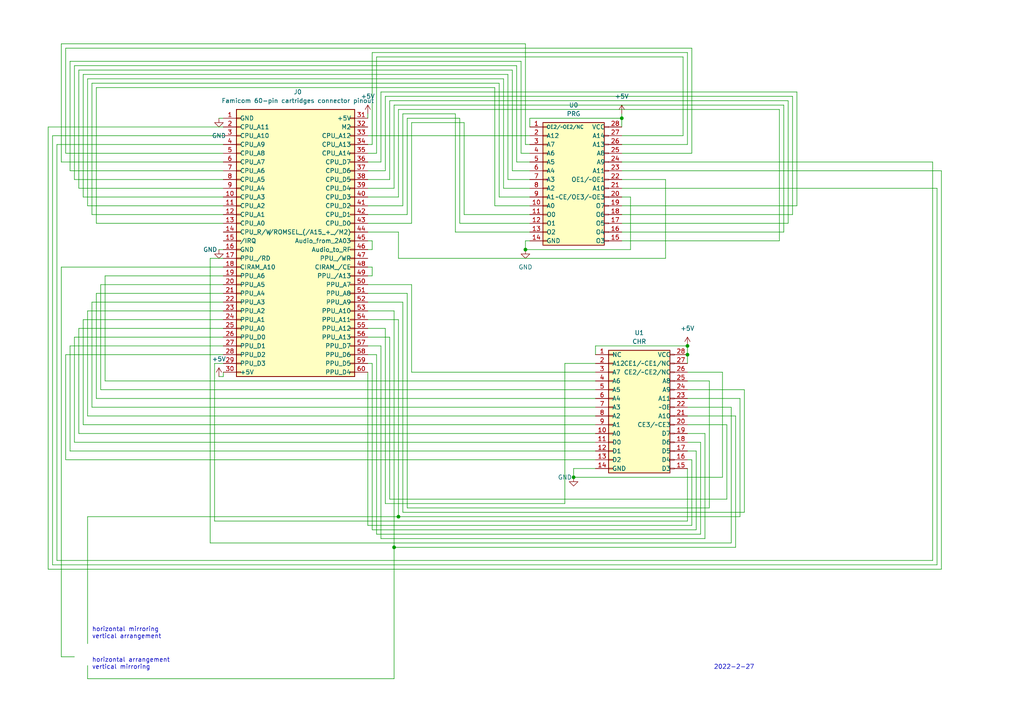
<source format=kicad_sch>
(kicad_sch (version 20211123) (generator eeschema)

  (uuid e63e39d7-6ac0-4ffd-8aa3-1841a4541b55)

  (paper "A4")

  (lib_symbols
    (symbol "Conn_02x14_Counter_Clockwise_1" (pin_names (offset 1.016)) (in_bom yes) (on_board yes)
      (property "Reference" "U0" (id 0) (at 1.27 21.59 0)
        (effects (font (size 1.27 1.27)))
      )
      (property "Value" "PRG" (id 1) (at 1.27 19.05 0)
        (effects (font (size 1.27 1.27)))
      )
      (property "Footprint" "" (id 2) (at -6.35 0 0)
        (effects (font (size 1.27 1.27)) hide)
      )
      (property "Datasheet" "~" (id 3) (at -6.35 0 0)
        (effects (font (size 1.27 1.27)))
      )
      (property "ki_keywords" "connector" (id 4) (at 0 0 0)
        (effects (font (size 1.27 1.27)) hide)
      )
      (property "ki_description" "Generic connector, double row, 02x14, counter clockwise pin numbering scheme (similar to DIP packge numbering), script generated (kicad-library-utils/schlib/autogen/connector/)" (id 5) (at 0 0 0)
        (effects (font (size 1.27 1.27)) hide)
      )
      (property "ki_fp_filters" "Connector*:*_2x??_*" (id 6) (at 0 0 0)
        (effects (font (size 1.27 1.27)) hide)
      )
      (symbol "Conn_02x14_Counter_Clockwise_1_1_1"
        (rectangle (start -7.62 -17.653) (end -6.35 -17.907)
          (stroke (width 0.1524) (type default) (color 0 0 0 0))
          (fill (type none))
        )
        (rectangle (start -7.62 -15.113) (end -6.35 -15.367)
          (stroke (width 0.1524) (type default) (color 0 0 0 0))
          (fill (type none))
        )
        (rectangle (start -7.62 -12.573) (end -6.35 -12.827)
          (stroke (width 0.1524) (type default) (color 0 0 0 0))
          (fill (type none))
        )
        (rectangle (start -7.62 -10.033) (end -6.35 -10.287)
          (stroke (width 0.1524) (type default) (color 0 0 0 0))
          (fill (type none))
        )
        (rectangle (start -7.62 -7.493) (end -6.35 -7.747)
          (stroke (width 0.1524) (type default) (color 0 0 0 0))
          (fill (type none))
        )
        (rectangle (start -7.62 -4.953) (end -6.35 -5.207)
          (stroke (width 0.1524) (type default) (color 0 0 0 0))
          (fill (type none))
        )
        (rectangle (start -7.62 -2.413) (end -6.35 -2.667)
          (stroke (width 0.1524) (type default) (color 0 0 0 0))
          (fill (type none))
        )
        (rectangle (start -7.62 0.127) (end -6.35 -0.127)
          (stroke (width 0.1524) (type default) (color 0 0 0 0))
          (fill (type none))
        )
        (rectangle (start -7.62 2.667) (end -6.35 2.413)
          (stroke (width 0.1524) (type default) (color 0 0 0 0))
          (fill (type none))
        )
        (rectangle (start -7.62 5.207) (end -6.35 4.953)
          (stroke (width 0.1524) (type default) (color 0 0 0 0))
          (fill (type none))
        )
        (rectangle (start -7.62 7.747) (end -6.35 7.493)
          (stroke (width 0.1524) (type default) (color 0 0 0 0))
          (fill (type none))
        )
        (rectangle (start -7.62 10.287) (end -6.35 10.033)
          (stroke (width 0.1524) (type default) (color 0 0 0 0))
          (fill (type none))
        )
        (rectangle (start -7.62 12.827) (end -6.35 12.573)
          (stroke (width 0.1524) (type default) (color 0 0 0 0))
          (fill (type none))
        )
        (rectangle (start -7.62 15.367) (end -6.35 15.113)
          (stroke (width 0.1524) (type default) (color 0 0 0 0))
          (fill (type none))
        )
        (rectangle (start -7.62 16.51) (end 10.16 -19.05)
          (stroke (width 0.254) (type default) (color 0 0 0 0))
          (fill (type background))
        )
        (rectangle (start 11.43 -17.653) (end 10.16 -17.907)
          (stroke (width 0.1524) (type default) (color 0 0 0 0))
          (fill (type none))
        )
        (rectangle (start 11.43 -15.113) (end 10.16 -15.367)
          (stroke (width 0.1524) (type default) (color 0 0 0 0))
          (fill (type none))
        )
        (rectangle (start 11.43 -12.573) (end 10.16 -12.827)
          (stroke (width 0.1524) (type default) (color 0 0 0 0))
          (fill (type none))
        )
        (rectangle (start 11.43 -10.033) (end 10.16 -10.287)
          (stroke (width 0.1524) (type default) (color 0 0 0 0))
          (fill (type none))
        )
        (rectangle (start 11.43 -7.493) (end 10.16 -7.747)
          (stroke (width 0.1524) (type default) (color 0 0 0 0))
          (fill (type none))
        )
        (rectangle (start 11.43 -4.953) (end 10.16 -5.207)
          (stroke (width 0.1524) (type default) (color 0 0 0 0))
          (fill (type none))
        )
        (rectangle (start 11.43 -2.413) (end 10.16 -2.667)
          (stroke (width 0.1524) (type default) (color 0 0 0 0))
          (fill (type none))
        )
        (rectangle (start 11.43 0.127) (end 10.16 -0.127)
          (stroke (width 0.1524) (type default) (color 0 0 0 0))
          (fill (type none))
        )
        (rectangle (start 11.43 2.667) (end 10.16 2.413)
          (stroke (width 0.1524) (type default) (color 0 0 0 0))
          (fill (type none))
        )
        (rectangle (start 11.43 5.207) (end 10.16 4.953)
          (stroke (width 0.1524) (type default) (color 0 0 0 0))
          (fill (type none))
        )
        (rectangle (start 11.43 7.747) (end 10.16 7.493)
          (stroke (width 0.1524) (type default) (color 0 0 0 0))
          (fill (type none))
        )
        (rectangle (start 11.43 10.287) (end 10.16 10.033)
          (stroke (width 0.1524) (type default) (color 0 0 0 0))
          (fill (type none))
        )
        (rectangle (start 11.43 12.827) (end 10.16 12.573)
          (stroke (width 0.1524) (type default) (color 0 0 0 0))
          (fill (type none))
        )
        (rectangle (start 11.43 15.367) (end 10.16 15.113)
          (stroke (width 0.1524) (type default) (color 0 0 0 0))
          (fill (type none))
        )
        (pin passive line (at -11.43 15.24 0) (length 3.81)
          (name "OE2/~OE2/NC" (effects (font (size 1 1))))
          (number "1" (effects (font (size 1.27 1.27))))
        )
        (pin passive line (at -11.43 -7.62 0) (length 3.81)
          (name "A0" (effects (font (size 1.27 1.27))))
          (number "10" (effects (font (size 1.27 1.27))))
        )
        (pin passive line (at -11.43 -10.16 0) (length 3.81)
          (name "O0" (effects (font (size 1.27 1.27))))
          (number "11" (effects (font (size 1.27 1.27))))
        )
        (pin passive line (at -11.43 -12.7 0) (length 3.81)
          (name "O1" (effects (font (size 1.27 1.27))))
          (number "12" (effects (font (size 1.27 1.27))))
        )
        (pin passive line (at -11.43 -15.24 0) (length 3.81)
          (name "O2" (effects (font (size 1.27 1.27))))
          (number "13" (effects (font (size 1.27 1.27))))
        )
        (pin passive line (at -11.43 -17.78 0) (length 3.81)
          (name "GND" (effects (font (size 1.27 1.27))))
          (number "14" (effects (font (size 1.27 1.27))))
        )
        (pin passive line (at 15.24 -17.78 180) (length 3.81)
          (name "O3" (effects (font (size 1.27 1.27))))
          (number "15" (effects (font (size 1.27 1.27))))
        )
        (pin passive line (at 15.24 -15.24 180) (length 3.81)
          (name "O4" (effects (font (size 1.27 1.27))))
          (number "16" (effects (font (size 1.27 1.27))))
        )
        (pin passive line (at 15.24 -12.7 180) (length 3.81)
          (name "O5" (effects (font (size 1.27 1.27))))
          (number "17" (effects (font (size 1.27 1.27))))
        )
        (pin passive line (at 15.24 -10.16 180) (length 3.81)
          (name "O6" (effects (font (size 1.27 1.27))))
          (number "18" (effects (font (size 1.27 1.27))))
        )
        (pin passive line (at 15.24 -7.62 180) (length 3.81)
          (name "O7" (effects (font (size 1.27 1.27))))
          (number "19" (effects (font (size 1.27 1.27))))
        )
        (pin passive line (at -11.43 12.7 0) (length 3.81)
          (name "A12" (effects (font (size 1.27 1.27))))
          (number "2" (effects (font (size 1.27 1.27))))
        )
        (pin passive line (at 15.24 -5.08 180) (length 3.81)
          (name "~CE/OE3/~OE3" (effects (font (size 1.27 1.27))))
          (number "20" (effects (font (size 1.27 1.27))))
        )
        (pin passive line (at 15.24 -2.54 180) (length 3.81)
          (name "A10" (effects (font (size 1.27 1.27))))
          (number "21" (effects (font (size 1.27 1.27))))
        )
        (pin passive line (at 15.24 0 180) (length 3.81)
          (name "OE1/~OE1" (effects (font (size 1.27 1.27))))
          (number "22" (effects (font (size 1.27 1.27))))
        )
        (pin passive line (at 15.24 2.54 180) (length 3.81)
          (name "A11" (effects (font (size 1.27 1.27))))
          (number "23" (effects (font (size 1.27 1.27))))
        )
        (pin passive line (at 15.24 5.08 180) (length 3.81)
          (name "A9" (effects (font (size 1.27 1.27))))
          (number "24" (effects (font (size 1.27 1.27))))
        )
        (pin passive line (at 15.24 7.62 180) (length 3.81)
          (name "A8" (effects (font (size 1.27 1.27))))
          (number "25" (effects (font (size 1.27 1.27))))
        )
        (pin passive line (at 15.24 10.16 180) (length 3.81)
          (name "A13" (effects (font (size 1.27 1.27))))
          (number "26" (effects (font (size 1.27 1.27))))
        )
        (pin passive line (at 15.24 12.7 180) (length 3.81)
          (name "A14" (effects (font (size 1.27 1.27))))
          (number "27" (effects (font (size 1.27 1.27))))
        )
        (pin passive line (at 15.24 15.24 180) (length 3.81)
          (name "VCC" (effects (font (size 1.27 1.27))))
          (number "28" (effects (font (size 1.27 1.27))))
        )
        (pin passive line (at -11.43 10.16 0) (length 3.81)
          (name "A7" (effects (font (size 1.27 1.27))))
          (number "3" (effects (font (size 1.27 1.27))))
        )
        (pin passive line (at -11.43 7.62 0) (length 3.81)
          (name "A6" (effects (font (size 1.27 1.27))))
          (number "4" (effects (font (size 1.27 1.27))))
        )
        (pin passive line (at -11.43 5.08 0) (length 3.81)
          (name "A5" (effects (font (size 1.27 1.27))))
          (number "5" (effects (font (size 1.27 1.27))))
        )
        (pin passive line (at -11.43 2.54 0) (length 3.81)
          (name "A4" (effects (font (size 1.27 1.27))))
          (number "6" (effects (font (size 1.27 1.27))))
        )
        (pin passive line (at -11.43 0 0) (length 3.81)
          (name "A3" (effects (font (size 1.27 1.27))))
          (number "7" (effects (font (size 1.27 1.27))))
        )
        (pin passive line (at -11.43 -2.54 0) (length 3.81)
          (name "A2" (effects (font (size 1.27 1.27))))
          (number "8" (effects (font (size 1.27 1.27))))
        )
        (pin passive line (at -11.43 -5.08 0) (length 3.81)
          (name "A1" (effects (font (size 1.27 1.27))))
          (number "9" (effects (font (size 1.27 1.27))))
        )
      )
    )
    (symbol "Connector_Generic:Conn_02x14_Counter_Clockwise" (pin_names (offset 1.016)) (in_bom yes) (on_board yes)
      (property "Reference" "U1" (id 0) (at 0 21.59 0)
        (effects (font (size 1.27 1.27)))
      )
      (property "Value" "CHR" (id 1) (at 0 19.05 0)
        (effects (font (size 1.27 1.27)))
      )
      (property "Footprint" "" (id 2) (at 0 -20.32 0)
        (effects (font (size 1.27 1.27)) hide)
      )
      (property "Datasheet" "~" (id 3) (at 0 -20.32 0)
        (effects (font (size 1.27 1.27)) hide)
      )
      (property "ki_keywords" "connector" (id 4) (at 0 0 0)
        (effects (font (size 1.27 1.27)) hide)
      )
      (property "ki_description" "Generic connector, double row, 02x14, counter clockwise pin numbering scheme (similar to DIP packge numbering), script generated (kicad-library-utils/schlib/autogen/connector/)" (id 5) (at 0 0 0)
        (effects (font (size 1.27 1.27)) hide)
      )
      (property "ki_fp_filters" "Connector*:*_2x??_*" (id 6) (at 0 0 0)
        (effects (font (size 1.27 1.27)) hide)
      )
      (symbol "Conn_02x14_Counter_Clockwise_1_1"
        (rectangle (start -8.89 -17.653) (end -7.62 -17.907)
          (stroke (width 0.1524) (type default) (color 0 0 0 0))
          (fill (type none))
        )
        (rectangle (start -8.89 -15.113) (end -7.62 -15.367)
          (stroke (width 0.1524) (type default) (color 0 0 0 0))
          (fill (type none))
        )
        (rectangle (start -8.89 -12.573) (end -7.62 -12.827)
          (stroke (width 0.1524) (type default) (color 0 0 0 0))
          (fill (type none))
        )
        (rectangle (start -8.89 -10.033) (end -7.62 -10.287)
          (stroke (width 0.1524) (type default) (color 0 0 0 0))
          (fill (type none))
        )
        (rectangle (start -8.89 -7.493) (end -7.62 -7.747)
          (stroke (width 0.1524) (type default) (color 0 0 0 0))
          (fill (type none))
        )
        (rectangle (start -8.89 -4.953) (end -7.62 -5.207)
          (stroke (width 0.1524) (type default) (color 0 0 0 0))
          (fill (type none))
        )
        (rectangle (start -8.89 -2.413) (end -7.62 -2.667)
          (stroke (width 0.1524) (type default) (color 0 0 0 0))
          (fill (type none))
        )
        (rectangle (start -8.89 0.127) (end -7.62 -0.127)
          (stroke (width 0.1524) (type default) (color 0 0 0 0))
          (fill (type none))
        )
        (rectangle (start -8.89 2.667) (end -7.62 2.413)
          (stroke (width 0.1524) (type default) (color 0 0 0 0))
          (fill (type none))
        )
        (rectangle (start -8.89 5.207) (end -7.62 4.953)
          (stroke (width 0.1524) (type default) (color 0 0 0 0))
          (fill (type none))
        )
        (rectangle (start -8.89 7.747) (end -7.62 7.493)
          (stroke (width 0.1524) (type default) (color 0 0 0 0))
          (fill (type none))
        )
        (rectangle (start -8.89 10.287) (end -7.62 10.033)
          (stroke (width 0.1524) (type default) (color 0 0 0 0))
          (fill (type none))
        )
        (rectangle (start -8.89 12.827) (end -7.62 12.573)
          (stroke (width 0.1524) (type default) (color 0 0 0 0))
          (fill (type none))
        )
        (rectangle (start -8.89 15.367) (end -7.62 15.113)
          (stroke (width 0.1524) (type default) (color 0 0 0 0))
          (fill (type none))
        )
        (rectangle (start -8.89 16.51) (end 8.89 -19.05)
          (stroke (width 0.254) (type default) (color 0 0 0 0))
          (fill (type background))
        )
        (rectangle (start 10.16 -17.653) (end 8.89 -17.907)
          (stroke (width 0.1524) (type default) (color 0 0 0 0))
          (fill (type none))
        )
        (rectangle (start 10.16 -15.113) (end 8.89 -15.367)
          (stroke (width 0.1524) (type default) (color 0 0 0 0))
          (fill (type none))
        )
        (rectangle (start 10.16 -12.573) (end 8.89 -12.827)
          (stroke (width 0.1524) (type default) (color 0 0 0 0))
          (fill (type none))
        )
        (rectangle (start 10.16 -10.033) (end 8.89 -10.287)
          (stroke (width 0.1524) (type default) (color 0 0 0 0))
          (fill (type none))
        )
        (rectangle (start 10.16 -7.493) (end 8.89 -7.747)
          (stroke (width 0.1524) (type default) (color 0 0 0 0))
          (fill (type none))
        )
        (rectangle (start 10.16 -4.953) (end 8.89 -5.207)
          (stroke (width 0.1524) (type default) (color 0 0 0 0))
          (fill (type none))
        )
        (rectangle (start 10.16 -2.413) (end 8.89 -2.667)
          (stroke (width 0.1524) (type default) (color 0 0 0 0))
          (fill (type none))
        )
        (rectangle (start 10.16 0.127) (end 8.89 -0.127)
          (stroke (width 0.1524) (type default) (color 0 0 0 0))
          (fill (type none))
        )
        (rectangle (start 10.16 2.667) (end 8.89 2.413)
          (stroke (width 0.1524) (type default) (color 0 0 0 0))
          (fill (type none))
        )
        (rectangle (start 10.16 5.207) (end 8.89 4.953)
          (stroke (width 0.1524) (type default) (color 0 0 0 0))
          (fill (type none))
        )
        (rectangle (start 10.16 7.747) (end 8.89 7.493)
          (stroke (width 0.1524) (type default) (color 0 0 0 0))
          (fill (type none))
        )
        (rectangle (start 10.16 10.287) (end 8.89 10.033)
          (stroke (width 0.1524) (type default) (color 0 0 0 0))
          (fill (type none))
        )
        (rectangle (start 10.16 12.827) (end 8.89 12.573)
          (stroke (width 0.1524) (type default) (color 0 0 0 0))
          (fill (type none))
        )
        (rectangle (start 10.16 15.367) (end 8.89 15.113)
          (stroke (width 0.1524) (type default) (color 0 0 0 0))
          (fill (type none))
        )
        (pin passive line (at -12.7 15.24 0) (length 3.81)
          (name "NC" (effects (font (size 1.27 1.27))))
          (number "1" (effects (font (size 1.27 1.27))))
        )
        (pin passive line (at -12.7 -7.62 0) (length 3.81)
          (name "A0" (effects (font (size 1.27 1.27))))
          (number "10" (effects (font (size 1.27 1.27))))
        )
        (pin passive line (at -12.7 -10.16 0) (length 3.81)
          (name "D0" (effects (font (size 1.27 1.27))))
          (number "11" (effects (font (size 1.27 1.27))))
        )
        (pin passive line (at -12.7 -12.7 0) (length 3.81)
          (name "D1" (effects (font (size 1.27 1.27))))
          (number "12" (effects (font (size 1.27 1.27))))
        )
        (pin passive line (at -12.7 -15.24 0) (length 3.81)
          (name "D2" (effects (font (size 1.27 1.27))))
          (number "13" (effects (font (size 1.27 1.27))))
        )
        (pin passive line (at -12.7 -17.78 0) (length 3.81)
          (name "GND" (effects (font (size 1.27 1.27))))
          (number "14" (effects (font (size 1.27 1.27))))
        )
        (pin passive line (at 13.97 -17.78 180) (length 3.81)
          (name "D3" (effects (font (size 1.27 1.27))))
          (number "15" (effects (font (size 1.27 1.27))))
        )
        (pin passive line (at 13.97 -15.24 180) (length 3.81)
          (name "D4" (effects (font (size 1.27 1.27))))
          (number "16" (effects (font (size 1.27 1.27))))
        )
        (pin passive line (at 13.97 -12.7 180) (length 3.81)
          (name "D5" (effects (font (size 1.27 1.27))))
          (number "17" (effects (font (size 1.27 1.27))))
        )
        (pin passive line (at 13.97 -10.16 180) (length 3.81)
          (name "D6" (effects (font (size 1.27 1.27))))
          (number "18" (effects (font (size 1.27 1.27))))
        )
        (pin passive line (at 13.97 -7.62 180) (length 3.81)
          (name "D7" (effects (font (size 1.27 1.27))))
          (number "19" (effects (font (size 1.27 1.27))))
        )
        (pin passive line (at -12.7 12.7 0) (length 3.81)
          (name "A12" (effects (font (size 1.27 1.27))))
          (number "2" (effects (font (size 1.27 1.27))))
        )
        (pin passive line (at 13.97 -5.08 180) (length 3.81)
          (name "CE3/~CE3" (effects (font (size 1.27 1.27))))
          (number "20" (effects (font (size 1.27 1.27))))
        )
        (pin passive line (at 13.97 -2.54 180) (length 3.81)
          (name "A10" (effects (font (size 1.27 1.27))))
          (number "21" (effects (font (size 1.27 1.27))))
        )
        (pin passive line (at 13.97 0 180) (length 3.81)
          (name "~OE" (effects (font (size 1.27 1.27))))
          (number "22" (effects (font (size 1.27 1.27))))
        )
        (pin passive line (at 13.97 2.54 180) (length 3.81)
          (name "A11" (effects (font (size 1.27 1.27))))
          (number "23" (effects (font (size 1.27 1.27))))
        )
        (pin passive line (at 13.97 5.08 180) (length 3.81)
          (name "A9" (effects (font (size 1.27 1.27))))
          (number "24" (effects (font (size 1.27 1.27))))
        )
        (pin passive line (at 13.97 7.62 180) (length 3.81)
          (name "A8" (effects (font (size 1.27 1.27))))
          (number "25" (effects (font (size 1.27 1.27))))
        )
        (pin passive line (at 13.97 10.16 180) (length 3.81)
          (name "CE2/~CE2/NC" (effects (font (size 1.27 1.27))))
          (number "26" (effects (font (size 1.27 1.27))))
        )
        (pin passive line (at 13.97 12.7 180) (length 3.81)
          (name "CE1/~CE1/NC" (effects (font (size 1.27 1.27))))
          (number "27" (effects (font (size 1.27 1.27))))
        )
        (pin passive line (at 13.97 15.24 180) (length 3.81)
          (name "VCC" (effects (font (size 1.27 1.27))))
          (number "28" (effects (font (size 1.27 1.27))))
        )
        (pin passive line (at -12.7 10.16 0) (length 3.81)
          (name "A7" (effects (font (size 1.27 1.27))))
          (number "3" (effects (font (size 1.27 1.27))))
        )
        (pin passive line (at -12.7 7.62 0) (length 3.81)
          (name "A6" (effects (font (size 1.27 1.27))))
          (number "4" (effects (font (size 1.27 1.27))))
        )
        (pin passive line (at -12.7 5.08 0) (length 3.81)
          (name "A5" (effects (font (size 1.27 1.27))))
          (number "5" (effects (font (size 1.27 1.27))))
        )
        (pin passive line (at -12.7 2.54 0) (length 3.81)
          (name "A4" (effects (font (size 1.27 1.27))))
          (number "6" (effects (font (size 1.27 1.27))))
        )
        (pin passive line (at -12.7 0 0) (length 3.81)
          (name "A3" (effects (font (size 1.27 1.27))))
          (number "7" (effects (font (size 1.27 1.27))))
        )
        (pin passive line (at -12.7 -2.54 0) (length 3.81)
          (name "A2" (effects (font (size 1.27 1.27))))
          (number "8" (effects (font (size 1.27 1.27))))
        )
        (pin passive line (at -12.7 -5.08 0) (length 3.81)
          (name "A1" (effects (font (size 1.27 1.27))))
          (number "9" (effects (font (size 1.27 1.27))))
        )
      )
    )
    (symbol "Connector_Generic:Conn_02x30_Counter_Clockwise" (pin_names (offset 1.016)) (in_bom yes) (on_board yes)
      (property "Reference" "J0" (id 0) (at 1.27 43.18 0)
        (effects (font (size 1.27 1.27)))
      )
      (property "Value" "Famicom 60-pin cartridges connector pinout" (id 1) (at 1.27 40.64 0)
        (effects (font (size 1.27 1.27)))
      )
      (property "Footprint" "" (id 2) (at -15.24 0 0)
        (effects (font (size 1.27 1.27)) hide)
      )
      (property "Datasheet" "~ttt" (id 3) (at 0 -40.64 0)
        (effects (font (size 1.27 1.27)) hide)
      )
      (property "ki_keywords" "connector" (id 4) (at 0 0 0)
        (effects (font (size 1.27 1.27)) hide)
      )
      (property "ki_description" "Generic connector, double row, 02x30, counter clockwise pin numbering scheme (similar to DIP packge numbering), script generated (kicad-library-utils/schlib/autogen/connector/)" (id 5) (at 0 0 0)
        (effects (font (size 1.27 1.27)) hide)
      )
      (property "ki_fp_filters" "Connector*:*_2x??_*" (id 6) (at 0 0 0)
        (effects (font (size 1.27 1.27)) hide)
      )
      (symbol "Conn_02x30_Counter_Clockwise_1_1"
        (rectangle (start -16.51 -37.973) (end -15.24 -38.227)
          (stroke (width 0.1524) (type default) (color 0 0 0 0))
          (fill (type none))
        )
        (rectangle (start -16.51 -35.433) (end -15.24 -35.687)
          (stroke (width 0.1524) (type default) (color 0 0 0 0))
          (fill (type none))
        )
        (rectangle (start -16.51 -32.893) (end -15.24 -33.147)
          (stroke (width 0.1524) (type default) (color 0 0 0 0))
          (fill (type none))
        )
        (rectangle (start -16.51 -30.353) (end -15.24 -30.607)
          (stroke (width 0.1524) (type default) (color 0 0 0 0))
          (fill (type none))
        )
        (rectangle (start -16.51 -27.813) (end -15.24 -28.067)
          (stroke (width 0.1524) (type default) (color 0 0 0 0))
          (fill (type none))
        )
        (rectangle (start -16.51 -25.273) (end -15.24 -25.527)
          (stroke (width 0.1524) (type default) (color 0 0 0 0))
          (fill (type none))
        )
        (rectangle (start -16.51 -22.733) (end -15.24 -22.987)
          (stroke (width 0.1524) (type default) (color 0 0 0 0))
          (fill (type none))
        )
        (rectangle (start -16.51 -20.193) (end -15.24 -20.447)
          (stroke (width 0.1524) (type default) (color 0 0 0 0))
          (fill (type none))
        )
        (rectangle (start -16.51 -17.653) (end -15.24 -17.907)
          (stroke (width 0.1524) (type default) (color 0 0 0 0))
          (fill (type none))
        )
        (rectangle (start -16.51 -15.113) (end -15.24 -15.367)
          (stroke (width 0.1524) (type default) (color 0 0 0 0))
          (fill (type none))
        )
        (rectangle (start -16.51 -12.573) (end -15.24 -12.827)
          (stroke (width 0.1524) (type default) (color 0 0 0 0))
          (fill (type none))
        )
        (rectangle (start -16.51 -10.033) (end -15.24 -10.287)
          (stroke (width 0.1524) (type default) (color 0 0 0 0))
          (fill (type none))
        )
        (rectangle (start -16.51 -7.493) (end -15.24 -7.747)
          (stroke (width 0.1524) (type default) (color 0 0 0 0))
          (fill (type none))
        )
        (rectangle (start -16.51 -4.953) (end -15.24 -5.207)
          (stroke (width 0.1524) (type default) (color 0 0 0 0))
          (fill (type none))
        )
        (rectangle (start -16.51 -2.413) (end -15.24 -2.667)
          (stroke (width 0.1524) (type default) (color 0 0 0 0))
          (fill (type none))
        )
        (rectangle (start -16.51 0.127) (end -15.24 -0.127)
          (stroke (width 0.1524) (type default) (color 0 0 0 0))
          (fill (type none))
        )
        (rectangle (start -16.51 2.667) (end -15.24 2.413)
          (stroke (width 0.1524) (type default) (color 0 0 0 0))
          (fill (type none))
        )
        (rectangle (start -16.51 5.207) (end -15.24 4.953)
          (stroke (width 0.1524) (type default) (color 0 0 0 0))
          (fill (type none))
        )
        (rectangle (start -16.51 7.747) (end -15.24 7.493)
          (stroke (width 0.1524) (type default) (color 0 0 0 0))
          (fill (type none))
        )
        (rectangle (start -16.51 10.287) (end -15.24 10.033)
          (stroke (width 0.1524) (type default) (color 0 0 0 0))
          (fill (type none))
        )
        (rectangle (start -16.51 12.827) (end -15.24 12.573)
          (stroke (width 0.1524) (type default) (color 0 0 0 0))
          (fill (type none))
        )
        (rectangle (start -16.51 15.367) (end -15.24 15.113)
          (stroke (width 0.1524) (type default) (color 0 0 0 0))
          (fill (type none))
        )
        (rectangle (start -16.51 17.907) (end -15.24 17.653)
          (stroke (width 0.1524) (type default) (color 0 0 0 0))
          (fill (type none))
        )
        (rectangle (start -16.51 20.447) (end -15.24 20.193)
          (stroke (width 0.1524) (type default) (color 0 0 0 0))
          (fill (type none))
        )
        (rectangle (start -16.51 22.987) (end -15.24 22.733)
          (stroke (width 0.1524) (type default) (color 0 0 0 0))
          (fill (type none))
        )
        (rectangle (start -16.51 25.527) (end -15.24 25.273)
          (stroke (width 0.1524) (type default) (color 0 0 0 0))
          (fill (type none))
        )
        (rectangle (start -16.51 28.067) (end -15.24 27.813)
          (stroke (width 0.1524) (type default) (color 0 0 0 0))
          (fill (type none))
        )
        (rectangle (start -16.51 30.607) (end -15.24 30.353)
          (stroke (width 0.1524) (type default) (color 0 0 0 0))
          (fill (type none))
        )
        (rectangle (start -16.51 33.147) (end -15.24 32.893)
          (stroke (width 0.1524) (type default) (color 0 0 0 0))
          (fill (type none))
        )
        (rectangle (start -16.51 35.687) (end -15.24 35.433)
          (stroke (width 0.1524) (type default) (color 0 0 0 0))
          (fill (type none))
        )
        (rectangle (start -16.51 38.1) (end 17.78 -39.37)
          (stroke (width 0.254) (type default) (color 0 0 0 0))
          (fill (type background))
        )
        (rectangle (start 17.78 -37.973) (end 16.51 -38.227)
          (stroke (width 0.1524) (type default) (color 0 0 0 0))
          (fill (type none))
        )
        (rectangle (start 17.78 -35.433) (end 16.51 -35.687)
          (stroke (width 0.1524) (type default) (color 0 0 0 0))
          (fill (type none))
        )
        (rectangle (start 17.78 -32.893) (end 16.51 -33.147)
          (stroke (width 0.1524) (type default) (color 0 0 0 0))
          (fill (type none))
        )
        (rectangle (start 17.78 -30.353) (end 16.51 -30.607)
          (stroke (width 0.1524) (type default) (color 0 0 0 0))
          (fill (type none))
        )
        (rectangle (start 17.78 -27.813) (end 16.51 -28.067)
          (stroke (width 0.1524) (type default) (color 0 0 0 0))
          (fill (type none))
        )
        (rectangle (start 17.78 -25.273) (end 16.51 -25.527)
          (stroke (width 0.1524) (type default) (color 0 0 0 0))
          (fill (type none))
        )
        (rectangle (start 17.78 -22.733) (end 16.51 -22.987)
          (stroke (width 0.1524) (type default) (color 0 0 0 0))
          (fill (type none))
        )
        (rectangle (start 17.78 -20.193) (end 16.51 -20.447)
          (stroke (width 0.1524) (type default) (color 0 0 0 0))
          (fill (type none))
        )
        (rectangle (start 17.78 -17.653) (end 16.51 -17.907)
          (stroke (width 0.1524) (type default) (color 0 0 0 0))
          (fill (type none))
        )
        (rectangle (start 17.78 -15.113) (end 16.51 -15.367)
          (stroke (width 0.1524) (type default) (color 0 0 0 0))
          (fill (type none))
        )
        (rectangle (start 17.78 -12.573) (end 16.51 -12.827)
          (stroke (width 0.1524) (type default) (color 0 0 0 0))
          (fill (type none))
        )
        (rectangle (start 17.78 -10.033) (end 16.51 -10.287)
          (stroke (width 0.1524) (type default) (color 0 0 0 0))
          (fill (type none))
        )
        (rectangle (start 17.78 -7.493) (end 16.51 -7.747)
          (stroke (width 0.1524) (type default) (color 0 0 0 0))
          (fill (type none))
        )
        (rectangle (start 17.78 -4.953) (end 16.51 -5.207)
          (stroke (width 0.1524) (type default) (color 0 0 0 0))
          (fill (type none))
        )
        (rectangle (start 17.78 -2.413) (end 16.51 -2.667)
          (stroke (width 0.1524) (type default) (color 0 0 0 0))
          (fill (type none))
        )
        (rectangle (start 17.78 0.127) (end 16.51 -0.127)
          (stroke (width 0.1524) (type default) (color 0 0 0 0))
          (fill (type none))
        )
        (rectangle (start 17.78 2.667) (end 16.51 2.413)
          (stroke (width 0.1524) (type default) (color 0 0 0 0))
          (fill (type none))
        )
        (rectangle (start 17.78 5.207) (end 16.51 4.953)
          (stroke (width 0.1524) (type default) (color 0 0 0 0))
          (fill (type none))
        )
        (rectangle (start 17.78 7.747) (end 16.51 7.493)
          (stroke (width 0.1524) (type default) (color 0 0 0 0))
          (fill (type none))
        )
        (rectangle (start 17.78 10.287) (end 16.51 10.033)
          (stroke (width 0.1524) (type default) (color 0 0 0 0))
          (fill (type none))
        )
        (rectangle (start 17.78 12.827) (end 16.51 12.573)
          (stroke (width 0.1524) (type default) (color 0 0 0 0))
          (fill (type none))
        )
        (rectangle (start 17.78 15.367) (end 16.51 15.113)
          (stroke (width 0.1524) (type default) (color 0 0 0 0))
          (fill (type none))
        )
        (rectangle (start 17.78 17.907) (end 16.51 17.653)
          (stroke (width 0.1524) (type default) (color 0 0 0 0))
          (fill (type none))
        )
        (rectangle (start 17.78 20.447) (end 16.51 20.193)
          (stroke (width 0.1524) (type default) (color 0 0 0 0))
          (fill (type none))
        )
        (rectangle (start 17.78 22.987) (end 16.51 22.733)
          (stroke (width 0.1524) (type default) (color 0 0 0 0))
          (fill (type none))
        )
        (rectangle (start 17.78 25.527) (end 16.51 25.273)
          (stroke (width 0.1524) (type default) (color 0 0 0 0))
          (fill (type none))
        )
        (rectangle (start 17.78 28.067) (end 16.51 27.813)
          (stroke (width 0.1524) (type default) (color 0 0 0 0))
          (fill (type none))
        )
        (rectangle (start 17.78 30.607) (end 16.51 30.353)
          (stroke (width 0.1524) (type default) (color 0 0 0 0))
          (fill (type none))
        )
        (rectangle (start 17.78 33.147) (end 16.51 32.893)
          (stroke (width 0.1524) (type default) (color 0 0 0 0))
          (fill (type none))
        )
        (rectangle (start 17.78 35.687) (end 16.51 35.433)
          (stroke (width 0.1524) (type default) (color 0 0 0 0))
          (fill (type none))
        )
        (pin power_in line (at -20.32 35.56 0) (length 3.81)
          (name "GND" (effects (font (size 1.27 1.27))))
          (number "1" (effects (font (size 1.27 1.27))))
        )
        (pin passive line (at -20.32 12.7 0) (length 3.81)
          (name "CPU_A3" (effects (font (size 1.27 1.27))))
          (number "10" (effects (font (size 1.27 1.27))))
        )
        (pin passive line (at -20.32 10.16 0) (length 3.81)
          (name "CPU_A2" (effects (font (size 1.27 1.27))))
          (number "11" (effects (font (size 1.27 1.27))))
        )
        (pin passive line (at -20.32 7.62 0) (length 3.81)
          (name "CPU_A1" (effects (font (size 1.27 1.27))))
          (number "12" (effects (font (size 1.27 1.27))))
        )
        (pin passive line (at -20.32 5.08 0) (length 3.81)
          (name "CPU_A0" (effects (font (size 1.27 1.27))))
          (number "13" (effects (font (size 1.27 1.27))))
        )
        (pin passive line (at -20.32 2.54 0) (length 3.81)
          (name "CPU_R/W" (effects (font (size 1.27 1.27))))
          (number "14" (effects (font (size 1.27 1.27))))
        )
        (pin passive line (at -20.32 0 0) (length 3.81)
          (name "/IRQ" (effects (font (size 1.27 1.27))))
          (number "15" (effects (font (size 1.27 1.27))))
        )
        (pin passive line (at -20.32 -2.54 0) (length 3.81)
          (name "GND" (effects (font (size 1.27 1.27))))
          (number "16" (effects (font (size 1.27 1.27))))
        )
        (pin passive line (at -20.32 -5.08 0) (length 3.81)
          (name "PPU_/RD" (effects (font (size 1.27 1.27))))
          (number "17" (effects (font (size 1.27 1.27))))
        )
        (pin passive line (at -20.32 -7.62 0) (length 3.81)
          (name "CIRAM_A10" (effects (font (size 1.27 1.27))))
          (number "18" (effects (font (size 1.27 1.27))))
        )
        (pin passive line (at -20.32 -10.16 0) (length 3.81)
          (name "PPU_A6" (effects (font (size 1.27 1.27))))
          (number "19" (effects (font (size 1.27 1.27))))
        )
        (pin output line (at -20.32 33.02 0) (length 3.81)
          (name "CPU_A11" (effects (font (size 1.27 1.27))))
          (number "2" (effects (font (size 1.27 1.27))))
        )
        (pin passive line (at -20.32 -12.7 0) (length 3.81)
          (name "PPU_A5" (effects (font (size 1.27 1.27))))
          (number "20" (effects (font (size 1.27 1.27))))
        )
        (pin passive line (at -20.32 -15.24 0) (length 3.81)
          (name "PPU_A4" (effects (font (size 1.27 1.27))))
          (number "21" (effects (font (size 1.27 1.27))))
        )
        (pin passive line (at -20.32 -17.78 0) (length 3.81)
          (name "PPU_A3" (effects (font (size 1.27 1.27))))
          (number "22" (effects (font (size 1.27 1.27))))
        )
        (pin passive line (at -20.32 -20.32 0) (length 3.81)
          (name "PPU_A2" (effects (font (size 1.27 1.27))))
          (number "23" (effects (font (size 1.27 1.27))))
        )
        (pin passive line (at -20.32 -22.86 0) (length 3.81)
          (name "PPU_A1" (effects (font (size 1.27 1.27))))
          (number "24" (effects (font (size 1.27 1.27))))
        )
        (pin passive line (at -20.32 -25.4 0) (length 3.81)
          (name "PPU_A0" (effects (font (size 1.27 1.27))))
          (number "25" (effects (font (size 1.27 1.27))))
        )
        (pin passive line (at -20.32 -27.94 0) (length 3.81)
          (name "PPU_D0" (effects (font (size 1.27 1.27))))
          (number "26" (effects (font (size 1.27 1.27))))
        )
        (pin passive line (at -20.32 -30.48 0) (length 3.81)
          (name "PPU_D1" (effects (font (size 1.27 1.27))))
          (number "27" (effects (font (size 1.27 1.27))))
        )
        (pin passive line (at -20.32 -33.02 0) (length 3.81)
          (name "PPU_D2" (effects (font (size 1.27 1.27))))
          (number "28" (effects (font (size 1.27 1.27))))
        )
        (pin passive line (at -20.32 -35.56 0) (length 3.81)
          (name "PPU_D3" (effects (font (size 1.27 1.27))))
          (number "29" (effects (font (size 1.27 1.27))))
        )
        (pin passive line (at -20.32 30.48 0) (length 3.81)
          (name "CPU_A10" (effects (font (size 1.27 1.27))))
          (number "3" (effects (font (size 1.27 1.27))))
        )
        (pin passive line (at -20.32 -38.1 0) (length 3.81)
          (name "+5V" (effects (font (size 1.27 1.27))))
          (number "30" (effects (font (size 1.27 1.27))))
        )
        (pin power_in line (at 21.59 35.56 180) (length 3.81)
          (name "+5V" (effects (font (size 1.27 1.27))))
          (number "31" (effects (font (size 1.27 1.27))))
        )
        (pin input line (at 21.59 33.02 180) (length 3.81)
          (name "M2" (effects (font (size 1.27 1.27))))
          (number "32" (effects (font (size 1.27 1.27))))
        )
        (pin passive line (at 21.59 30.48 180) (length 3.81)
          (name "CPU_A12" (effects (font (size 1.27 1.27))))
          (number "33" (effects (font (size 1.27 1.27))))
        )
        (pin passive line (at 21.59 27.94 180) (length 3.81)
          (name "CPU_A13" (effects (font (size 1.27 1.27))))
          (number "34" (effects (font (size 1.27 1.27))))
        )
        (pin passive line (at 21.59 25.4 180) (length 3.81)
          (name "CPU_A14" (effects (font (size 1.27 1.27))))
          (number "35" (effects (font (size 1.27 1.27))))
        )
        (pin passive line (at 21.59 22.86 180) (length 3.81)
          (name "CPU_D7" (effects (font (size 1.27 1.27))))
          (number "36" (effects (font (size 1.27 1.27))))
        )
        (pin passive line (at 21.59 20.32 180) (length 3.81)
          (name "CPU_D6" (effects (font (size 1.27 1.27))))
          (number "37" (effects (font (size 1.27 1.27))))
        )
        (pin passive line (at 21.59 17.78 180) (length 3.81)
          (name "CPU_D5" (effects (font (size 1.27 1.27))))
          (number "38" (effects (font (size 1.27 1.27))))
        )
        (pin passive line (at 21.59 15.24 180) (length 3.81)
          (name "CPU_D4" (effects (font (size 1.27 1.27))))
          (number "39" (effects (font (size 1.27 1.27))))
        )
        (pin passive line (at -20.32 27.94 0) (length 3.81)
          (name "CPU_A9" (effects (font (size 1.27 1.27))))
          (number "4" (effects (font (size 1.27 1.27))))
        )
        (pin passive line (at 21.59 12.7 180) (length 3.81)
          (name "CPU_D3" (effects (font (size 1.27 1.27))))
          (number "40" (effects (font (size 1.27 1.27))))
        )
        (pin passive line (at 21.59 10.16 180) (length 3.81)
          (name "CPU_D2" (effects (font (size 1.27 1.27))))
          (number "41" (effects (font (size 1.27 1.27))))
        )
        (pin passive line (at 21.59 7.62 180) (length 3.81)
          (name "CPU_D1" (effects (font (size 1.27 1.27))))
          (number "42" (effects (font (size 1.27 1.27))))
        )
        (pin passive line (at 21.59 5.08 180) (length 3.81)
          (name "CPU_D0" (effects (font (size 1.27 1.27))))
          (number "43" (effects (font (size 1.27 1.27))))
        )
        (pin passive line (at 21.59 2.54 180) (length 3.81)
          (name "/ROMSEL_(/A15_+_/M2)" (effects (font (size 1.27 1.27))))
          (number "44" (effects (font (size 1.27 1.27))))
        )
        (pin passive line (at 21.59 0 180) (length 3.81)
          (name "Audio_from_2A03" (effects (font (size 1.27 1.27))))
          (number "45" (effects (font (size 1.27 1.27))))
        )
        (pin passive line (at 21.59 -2.54 180) (length 3.81)
          (name "Audio_to_RF" (effects (font (size 1.27 1.27))))
          (number "46" (effects (font (size 1.27 1.27))))
        )
        (pin passive line (at 21.59 -5.08 180) (length 3.81)
          (name "PPU_/WR" (effects (font (size 1.27 1.27))))
          (number "47" (effects (font (size 1.27 1.27))))
        )
        (pin passive line (at 21.59 -7.62 180) (length 3.81)
          (name "CIRAM_/CE" (effects (font (size 1.27 1.27))))
          (number "48" (effects (font (size 1.27 1.27))))
        )
        (pin passive line (at 21.59 -10.16 180) (length 3.81)
          (name "PPU_/A13" (effects (font (size 1.27 1.27))))
          (number "49" (effects (font (size 1.27 1.27))))
        )
        (pin passive line (at -20.32 25.4 0) (length 3.81)
          (name "CPU_A8" (effects (font (size 1.27 1.27))))
          (number "5" (effects (font (size 1.27 1.27))))
        )
        (pin passive line (at 21.59 -12.7 180) (length 3.81)
          (name "PPU_A7" (effects (font (size 1.27 1.27))))
          (number "50" (effects (font (size 1.27 1.27))))
        )
        (pin passive line (at 21.59 -15.24 180) (length 3.81)
          (name "PPU_A8" (effects (font (size 1.27 1.27))))
          (number "51" (effects (font (size 1.27 1.27))))
        )
        (pin passive line (at 21.59 -17.78 180) (length 3.81)
          (name "PPU_A9" (effects (font (size 1.27 1.27))))
          (number "52" (effects (font (size 1.27 1.27))))
        )
        (pin passive line (at 21.59 -20.32 180) (length 3.81)
          (name "PPU_A10" (effects (font (size 1.27 1.27))))
          (number "53" (effects (font (size 1.27 1.27))))
        )
        (pin passive line (at 21.59 -22.86 180) (length 3.81)
          (name "PPU_A11" (effects (font (size 1.27 1.27))))
          (number "54" (effects (font (size 1.27 1.27))))
        )
        (pin passive line (at 21.59 -25.4 180) (length 3.81)
          (name "PPU_A12" (effects (font (size 1.27 1.27))))
          (number "55" (effects (font (size 1.27 1.27))))
        )
        (pin passive line (at 21.59 -27.94 180) (length 3.81)
          (name "PPU_A13" (effects (font (size 1.27 1.27))))
          (number "56" (effects (font (size 1.27 1.27))))
        )
        (pin passive line (at 21.59 -30.48 180) (length 3.81)
          (name "PPU_D7" (effects (font (size 1.27 1.27))))
          (number "57" (effects (font (size 1.27 1.27))))
        )
        (pin passive line (at 21.59 -33.02 180) (length 3.81)
          (name "PPU_D6" (effects (font (size 1.27 1.27))))
          (number "58" (effects (font (size 1.27 1.27))))
        )
        (pin passive line (at 21.59 -35.56 180) (length 3.81)
          (name "PPU_D5" (effects (font (size 1.27 1.27))))
          (number "59" (effects (font (size 1.27 1.27))))
        )
        (pin passive line (at -20.32 22.86 0) (length 3.81)
          (name "CPU_A7" (effects (font (size 1.27 1.27))))
          (number "6" (effects (font (size 1.27 1.27))))
        )
        (pin passive line (at 21.59 -38.1 180) (length 3.81)
          (name "PPU_D4" (effects (font (size 1.27 1.27))))
          (number "60" (effects (font (size 1.27 1.27))))
        )
        (pin passive line (at -20.32 20.32 0) (length 3.81)
          (name "CPU_A6" (effects (font (size 1.27 1.27))))
          (number "7" (effects (font (size 1.27 1.27))))
        )
        (pin passive line (at -20.32 17.78 0) (length 3.81)
          (name "CPU_A5" (effects (font (size 1.27 1.27))))
          (number "8" (effects (font (size 1.27 1.27))))
        )
        (pin passive line (at -20.32 15.24 0) (length 3.81)
          (name "CPU_A4" (effects (font (size 1.27 1.27))))
          (number "9" (effects (font (size 1.27 1.27))))
        )
      )
    )
    (symbol "power:+5V" (power) (pin_names (offset 0)) (in_bom yes) (on_board yes)
      (property "Reference" "#PWR" (id 0) (at 0 -3.81 0)
        (effects (font (size 1.27 1.27)) hide)
      )
      (property "Value" "+5V" (id 1) (at 0 3.556 0)
        (effects (font (size 1.27 1.27)))
      )
      (property "Footprint" "" (id 2) (at 0 0 0)
        (effects (font (size 1.27 1.27)) hide)
      )
      (property "Datasheet" "" (id 3) (at 0 0 0)
        (effects (font (size 1.27 1.27)) hide)
      )
      (property "ki_keywords" "power-flag" (id 4) (at 0 0 0)
        (effects (font (size 1.27 1.27)) hide)
      )
      (property "ki_description" "Power symbol creates a global label with name \"+5V\"" (id 5) (at 0 0 0)
        (effects (font (size 1.27 1.27)) hide)
      )
      (symbol "+5V_0_1"
        (polyline
          (pts
            (xy -0.762 1.27)
            (xy 0 2.54)
          )
          (stroke (width 0) (type default) (color 0 0 0 0))
          (fill (type none))
        )
        (polyline
          (pts
            (xy 0 0)
            (xy 0 2.54)
          )
          (stroke (width 0) (type default) (color 0 0 0 0))
          (fill (type none))
        )
        (polyline
          (pts
            (xy 0 2.54)
            (xy 0.762 1.27)
          )
          (stroke (width 0) (type default) (color 0 0 0 0))
          (fill (type none))
        )
      )
      (symbol "+5V_1_1"
        (pin power_in line (at 0 0 90) (length 0) hide
          (name "+5V" (effects (font (size 1.27 1.27))))
          (number "1" (effects (font (size 1.27 1.27))))
        )
      )
    )
    (symbol "power:GND" (power) (pin_names (offset 0)) (in_bom yes) (on_board yes)
      (property "Reference" "#PWR" (id 0) (at 0 -6.35 0)
        (effects (font (size 1.27 1.27)) hide)
      )
      (property "Value" "GND" (id 1) (at 0 -3.81 0)
        (effects (font (size 1.27 1.27)))
      )
      (property "Footprint" "" (id 2) (at 0 0 0)
        (effects (font (size 1.27 1.27)) hide)
      )
      (property "Datasheet" "" (id 3) (at 0 0 0)
        (effects (font (size 1.27 1.27)) hide)
      )
      (property "ki_keywords" "power-flag" (id 4) (at 0 0 0)
        (effects (font (size 1.27 1.27)) hide)
      )
      (property "ki_description" "Power symbol creates a global label with name \"GND\" , ground" (id 5) (at 0 0 0)
        (effects (font (size 1.27 1.27)) hide)
      )
      (symbol "GND_0_1"
        (polyline
          (pts
            (xy 0 0)
            (xy 0 -1.27)
            (xy 1.27 -1.27)
            (xy 0 -2.54)
            (xy -1.27 -1.27)
            (xy 0 -1.27)
          )
          (stroke (width 0) (type default) (color 0 0 0 0))
          (fill (type none))
        )
      )
      (symbol "GND_1_1"
        (pin power_in line (at 0 0 270) (length 0) hide
          (name "GND" (effects (font (size 1.27 1.27))))
          (number "1" (effects (font (size 1.27 1.27))))
        )
      )
    )
  )

  (junction (at 166.37 138.43) (diameter 0) (color 0 0 0 0)
    (uuid 0f63ffb4-1b7b-48b2-aafe-0da0e29bed58)
  )
  (junction (at 115.57 149.86) (diameter 0) (color 0 0 0 0)
    (uuid 1802b21e-f629-4cc1-9234-37ad6b54bb73)
  )
  (junction (at 114.3 158.75) (diameter 0) (color 0 0 0 0)
    (uuid 1f14f315-ecd9-49af-8528-2bd45bb530a2)
  )
  (junction (at 152.4 72.39) (diameter 0) (color 0 0 0 0)
    (uuid 4492b619-599b-4f0e-922e-f45775cae6eb)
  )
  (junction (at 199.39 102.87) (diameter 0) (color 0 0 0 0)
    (uuid a22ee92b-4ec5-4f81-aed0-e52d4e170433)
  )
  (junction (at 199.39 100.33) (diameter 0) (color 0 0 0 0)
    (uuid aed57d5e-a7bb-4862-8541-654d793bcc4f)
  )
  (junction (at 180.34 34.29) (diameter 0) (color 0 0 0 0)
    (uuid ba1269bd-2e40-41b0-b561-824b89440855)
  )

  (wire (pts (xy 214.63 149.86) (xy 115.57 149.86))
    (stroke (width 0) (type default) (color 0 0 0 0))
    (uuid 011058f9-13f4-4cb8-9ff4-a12239fdebb2)
  )
  (wire (pts (xy 113.03 97.79) (xy 113.03 144.78))
    (stroke (width 0) (type default) (color 0 0 0 0))
    (uuid 0122fe71-2fc9-4ef7-b85a-c387b1a620e5)
  )
  (wire (pts (xy 113.03 52.07) (xy 113.03 29.21))
    (stroke (width 0) (type default) (color 0 0 0 0))
    (uuid 0389ff45-78c5-4c0f-9dbe-bd76b87fee5f)
  )
  (wire (pts (xy 109.22 44.45) (xy 106.68 44.45))
    (stroke (width 0) (type default) (color 0 0 0 0))
    (uuid 0464d873-240b-4450-8f89-d37254a3d685)
  )
  (wire (pts (xy 147.32 52.07) (xy 147.32 21.59))
    (stroke (width 0) (type default) (color 0 0 0 0))
    (uuid 04a580c9-3249-45d3-bbab-de3e24d710b4)
  )
  (wire (pts (xy 64.77 107.95) (xy 64.77 109.22))
    (stroke (width 0) (type default) (color 0 0 0 0))
    (uuid 07c3d537-8bc3-4bef-9aee-16c8f130e9fc)
  )
  (wire (pts (xy 21.59 97.79) (xy 21.59 128.27))
    (stroke (width 0) (type default) (color 0 0 0 0))
    (uuid 08a94276-57de-4ab3-ab10-6f2d7abf8695)
  )
  (wire (pts (xy 116.84 59.69) (xy 116.84 33.02))
    (stroke (width 0) (type default) (color 0 0 0 0))
    (uuid 08ddb093-976b-4bdf-b387-4be43bb6015a)
  )
  (wire (pts (xy 107.95 77.47) (xy 107.95 80.01))
    (stroke (width 0) (type default) (color 0 0 0 0))
    (uuid 0ae1b40e-3763-4472-822e-f3a2a5e8ce48)
  )
  (wire (pts (xy 106.68 46.99) (xy 110.49 46.99))
    (stroke (width 0) (type default) (color 0 0 0 0))
    (uuid 0aecb358-06ad-43fa-9309-ae8db2c02248)
  )
  (wire (pts (xy 111.76 146.05) (xy 163.83 146.05))
    (stroke (width 0) (type default) (color 0 0 0 0))
    (uuid 0e956587-07f5-4c23-82a9-419663ef58e7)
  )
  (wire (pts (xy 116.84 148.59) (xy 116.84 87.63))
    (stroke (width 0) (type default) (color 0 0 0 0))
    (uuid 0ec938e3-32a9-4067-8786-6a5cff1a114f)
  )
  (wire (pts (xy 153.67 59.69) (xy 143.51 59.69))
    (stroke (width 0) (type default) (color 0 0 0 0))
    (uuid 0f6c3a96-c6a2-4cae-b238-f3f5c233b895)
  )
  (wire (pts (xy 64.77 97.79) (xy 21.59 97.79))
    (stroke (width 0) (type default) (color 0 0 0 0))
    (uuid 0f8a4305-ee08-4855-86fc-3fe84c0b4bc9)
  )
  (wire (pts (xy 199.39 151.13) (xy 62.23 151.13))
    (stroke (width 0) (type default) (color 0 0 0 0))
    (uuid 10ee58e9-022e-438b-bfac-3c5833943761)
  )
  (wire (pts (xy 205.74 147.32) (xy 205.74 110.49))
    (stroke (width 0) (type default) (color 0 0 0 0))
    (uuid 1158c451-9466-4a05-863c-f3f8737c7d3d)
  )
  (wire (pts (xy 115.57 57.15) (xy 115.57 31.75))
    (stroke (width 0) (type default) (color 0 0 0 0))
    (uuid 125b07a7-b858-4f77-b6a1-0255bc851f95)
  )
  (wire (pts (xy 149.86 46.99) (xy 149.86 19.05))
    (stroke (width 0) (type default) (color 0 0 0 0))
    (uuid 125d11a5-aa11-4bb8-8f2d-2a48ddae1cbf)
  )
  (wire (pts (xy 24.13 123.19) (xy 24.13 92.71))
    (stroke (width 0) (type default) (color 0 0 0 0))
    (uuid 130d13d8-cac8-4918-908f-3acfd7f123b1)
  )
  (wire (pts (xy 109.22 16.51) (xy 109.22 44.45))
    (stroke (width 0) (type default) (color 0 0 0 0))
    (uuid 134de1c5-a894-40cd-944a-ca85aa799b6f)
  )
  (wire (pts (xy 109.22 154.94) (xy 109.22 102.87))
    (stroke (width 0) (type default) (color 0 0 0 0))
    (uuid 147ce33b-2717-464c-ba4e-62cb7f33838f)
  )
  (wire (pts (xy 114.3 90.17) (xy 106.68 90.17))
    (stroke (width 0) (type default) (color 0 0 0 0))
    (uuid 149211b1-44d5-4161-9a42-a3cd8494cf1c)
  )
  (wire (pts (xy 151.13 17.78) (xy 20.32 17.78))
    (stroke (width 0) (type default) (color 0 0 0 0))
    (uuid 161a95f8-212a-4bfd-a205-15cdeb41c504)
  )
  (wire (pts (xy 199.39 120.65) (xy 213.36 120.65))
    (stroke (width 0) (type default) (color 0 0 0 0))
    (uuid 16611bd2-8328-40b0-9e13-00096c84389d)
  )
  (wire (pts (xy 153.67 44.45) (xy 151.13 44.45))
    (stroke (width 0) (type default) (color 0 0 0 0))
    (uuid 171c04f6-d255-4fa3-bbca-b1dfa6fae036)
  )
  (wire (pts (xy 107.95 15.24) (xy 199.39 15.24))
    (stroke (width 0) (type default) (color 0 0 0 0))
    (uuid 17fb1b27-8d85-44f5-b637-36ad2327625a)
  )
  (wire (pts (xy 209.55 138.43) (xy 166.37 138.43))
    (stroke (width 0) (type default) (color 0 0 0 0))
    (uuid 183afdd9-2f82-4fda-964a-3c28df0ae98d)
  )
  (wire (pts (xy 106.68 107.95) (xy 106.68 152.4))
    (stroke (width 0) (type default) (color 0 0 0 0))
    (uuid 19393633-ed3d-4f47-9f1a-ecb1dacda0f4)
  )
  (wire (pts (xy 115.57 31.75) (xy 226.06 31.75))
    (stroke (width 0) (type default) (color 0 0 0 0))
    (uuid 1b37dbde-897f-452c-bb2f-b40aebe7def6)
  )
  (wire (pts (xy 20.32 17.78) (xy 20.32 49.53))
    (stroke (width 0) (type default) (color 0 0 0 0))
    (uuid 1c9d03c2-722d-4a75-ab28-b5c782a56717)
  )
  (wire (pts (xy 273.05 165.1) (xy 13.97 165.1))
    (stroke (width 0) (type default) (color 0 0 0 0))
    (uuid 1ff32fad-45b9-4f61-823b-4ec3dde863e6)
  )
  (wire (pts (xy 106.68 77.47) (xy 107.95 77.47))
    (stroke (width 0) (type default) (color 0 0 0 0))
    (uuid 2318717d-376c-42bc-8f4b-f865556ba420)
  )
  (wire (pts (xy 180.34 49.53) (xy 273.05 49.53))
    (stroke (width 0) (type default) (color 0 0 0 0))
    (uuid 231a98e0-bf64-441e-b7d8-127840e984c7)
  )
  (wire (pts (xy 270.51 46.99) (xy 270.51 162.56))
    (stroke (width 0) (type default) (color 0 0 0 0))
    (uuid 23ba0f02-5166-4380-957d-d45f8684490d)
  )
  (wire (pts (xy 106.68 52.07) (xy 113.03 52.07))
    (stroke (width 0) (type default) (color 0 0 0 0))
    (uuid 2417c284-062d-40be-a9c5-91e3aed55563)
  )
  (wire (pts (xy 231.14 59.69) (xy 180.34 59.69))
    (stroke (width 0) (type default) (color 0 0 0 0))
    (uuid 2535cede-76c6-43b1-ae6f-476614483c7a)
  )
  (wire (pts (xy 199.39 102.87) (xy 199.39 105.41))
    (stroke (width 0) (type default) (color 0 0 0 0))
    (uuid 2619e76c-5d97-468b-84bc-3d56ec8477bd)
  )
  (wire (pts (xy 166.37 135.89) (xy 166.37 138.43))
    (stroke (width 0) (type default) (color 0 0 0 0))
    (uuid 264ca908-0d20-44f4-8c42-278219f11fdf)
  )
  (wire (pts (xy 118.11 147.32) (xy 205.74 147.32))
    (stroke (width 0) (type default) (color 0 0 0 0))
    (uuid 292675ff-b676-42ae-9976-010c34c9260b)
  )
  (wire (pts (xy 201.93 130.81) (xy 201.93 153.67))
    (stroke (width 0) (type default) (color 0 0 0 0))
    (uuid 295662db-d2f1-4e06-aa05-27e558cf9910)
  )
  (wire (pts (xy 180.34 33.02) (xy 180.34 34.29))
    (stroke (width 0) (type default) (color 0 0 0 0))
    (uuid 2960da40-d04e-4d79-b51a-d09a24b297e1)
  )
  (wire (pts (xy 107.95 15.24) (xy 107.95 41.91))
    (stroke (width 0) (type default) (color 0 0 0 0))
    (uuid 2c3c91e2-190a-430f-9a8c-532150944265)
  )
  (wire (pts (xy 25.4 120.65) (xy 25.4 90.17))
    (stroke (width 0) (type default) (color 0 0 0 0))
    (uuid 2d201067-ec31-4ce0-a3d2-787f991a7cdc)
  )
  (wire (pts (xy 172.72 115.57) (xy 27.94 115.57))
    (stroke (width 0) (type default) (color 0 0 0 0))
    (uuid 2dc80a45-d2b4-483d-932c-b1091b36fddb)
  )
  (wire (pts (xy 193.04 52.07) (xy 180.34 52.07))
    (stroke (width 0) (type default) (color 0 0 0 0))
    (uuid 2e1560c1-200b-40ac-af78-455aa698de5d)
  )
  (wire (pts (xy 172.72 120.65) (xy 25.4 120.65))
    (stroke (width 0) (type default) (color 0 0 0 0))
    (uuid 2f8e5b86-6f87-4d75-8e68-f9272f5d7078)
  )
  (wire (pts (xy 111.76 49.53) (xy 111.76 27.94))
    (stroke (width 0) (type default) (color 0 0 0 0))
    (uuid 30a2ddd2-a851-486d-be4b-5d68cefd7832)
  )
  (wire (pts (xy 199.39 125.73) (xy 204.47 125.73))
    (stroke (width 0) (type default) (color 0 0 0 0))
    (uuid 30cdc3cf-c0a7-4915-b812-5a3849495bdf)
  )
  (wire (pts (xy 17.78 12.7) (xy 17.78 46.99))
    (stroke (width 0) (type default) (color 0 0 0 0))
    (uuid 30eb2eba-355a-4345-b4e2-4b00c5f060e2)
  )
  (wire (pts (xy 147.32 21.59) (xy 24.13 21.59))
    (stroke (width 0) (type default) (color 0 0 0 0))
    (uuid 3137fac2-177c-4d04-a481-8e60fa16139d)
  )
  (wire (pts (xy 25.4 149.86) (xy 25.4 186.69))
    (stroke (width 0) (type default) (color 0 0 0 0))
    (uuid 31bf301a-67e4-47ca-8ec0-d810828c8d12)
  )
  (wire (pts (xy 116.84 87.63) (xy 106.68 87.63))
    (stroke (width 0) (type default) (color 0 0 0 0))
    (uuid 31eada25-c6ed-459b-9023-31a80f92334d)
  )
  (wire (pts (xy 270.51 162.56) (xy 16.51 162.56))
    (stroke (width 0) (type default) (color 0 0 0 0))
    (uuid 32b9b3be-84f2-42b8-9212-68311c1163e6)
  )
  (wire (pts (xy 24.13 92.71) (xy 64.77 92.71))
    (stroke (width 0) (type default) (color 0 0 0 0))
    (uuid 337352ac-2811-4590-836b-9f83a189dd03)
  )
  (wire (pts (xy 113.03 29.21) (xy 228.6 29.21))
    (stroke (width 0) (type default) (color 0 0 0 0))
    (uuid 337a86a1-6f3d-4194-83fe-e14d19520885)
  )
  (wire (pts (xy 215.9 113.03) (xy 215.9 148.59))
    (stroke (width 0) (type default) (color 0 0 0 0))
    (uuid 3850840b-37d1-4fcf-b791-c2d39e31e507)
  )
  (wire (pts (xy 152.4 12.7) (xy 17.78 12.7))
    (stroke (width 0) (type default) (color 0 0 0 0))
    (uuid 38ba2845-7061-4a91-82bb-5e8d780c35b1)
  )
  (wire (pts (xy 17.78 46.99) (xy 64.77 46.99))
    (stroke (width 0) (type default) (color 0 0 0 0))
    (uuid 3902eee0-5bae-4593-b129-8c68ae55ab60)
  )
  (wire (pts (xy 180.34 57.15) (xy 182.88 57.15))
    (stroke (width 0) (type default) (color 0 0 0 0))
    (uuid 399c775a-96e2-42af-91aa-8a8cf63dad96)
  )
  (wire (pts (xy 106.68 59.69) (xy 116.84 59.69))
    (stroke (width 0) (type default) (color 0 0 0 0))
    (uuid 3a2f48ef-2017-4cc7-913a-82a35c848617)
  )
  (wire (pts (xy 17.78 190.5) (xy 21.59 190.5))
    (stroke (width 0) (type default) (color 0 0 0 0))
    (uuid 3abf41fd-f90e-4617-87e5-869f20da6510)
  )
  (wire (pts (xy 118.11 62.23) (xy 118.11 34.29))
    (stroke (width 0) (type default) (color 0 0 0 0))
    (uuid 3b4acf53-3efb-4fd4-bee4-f8206badad52)
  )
  (wire (pts (xy 210.82 123.19) (xy 199.39 123.19))
    (stroke (width 0) (type default) (color 0 0 0 0))
    (uuid 3cb2041f-f99b-4a87-ba16-67b796b31f4b)
  )
  (wire (pts (xy 25.4 22.86) (xy 25.4 59.69))
    (stroke (width 0) (type default) (color 0 0 0 0))
    (uuid 3d16b086-2977-477b-99f9-5ca3d6fc1807)
  )
  (wire (pts (xy 201.93 153.67) (xy 107.95 153.67))
    (stroke (width 0) (type default) (color 0 0 0 0))
    (uuid 3e7d7e4c-b095-4601-a7a8-f946582870e3)
  )
  (wire (pts (xy 19.05 133.35) (xy 172.72 133.35))
    (stroke (width 0) (type default) (color 0 0 0 0))
    (uuid 3eea61fe-7121-4607-ae3d-518ea8bebc85)
  )
  (wire (pts (xy 153.67 46.99) (xy 149.86 46.99))
    (stroke (width 0) (type default) (color 0 0 0 0))
    (uuid 3efc1bf3-6e05-45d2-a145-4fd53056e9de)
  )
  (wire (pts (xy 133.35 34.29) (xy 133.35 64.77))
    (stroke (width 0) (type default) (color 0 0 0 0))
    (uuid 3efca012-8156-48df-b8c4-769b13121156)
  )
  (wire (pts (xy 25.4 59.69) (xy 64.77 59.69))
    (stroke (width 0) (type default) (color 0 0 0 0))
    (uuid 40e6c1a1-6b9c-46e7-913e-39c6cfa17065)
  )
  (wire (pts (xy 15.24 39.37) (xy 64.77 39.37))
    (stroke (width 0) (type default) (color 0 0 0 0))
    (uuid 41d6ef1f-6055-4fe8-9b57-ec796ca41648)
  )
  (wire (pts (xy 209.55 107.95) (xy 209.55 138.43))
    (stroke (width 0) (type default) (color 0 0 0 0))
    (uuid 41fad6e0-75be-458f-a851-b6c02a10f62d)
  )
  (wire (pts (xy 62.23 105.41) (xy 64.77 105.41))
    (stroke (width 0) (type default) (color 0 0 0 0))
    (uuid 44510909-efb3-4de0-aa60-2b788efc88d0)
  )
  (wire (pts (xy 114.3 158.75) (xy 114.3 196.85))
    (stroke (width 0) (type default) (color 0 0 0 0))
    (uuid 4492851a-3cef-4ed5-a62f-50f9ada68dc6)
  )
  (wire (pts (xy 27.94 25.4) (xy 27.94 64.77))
    (stroke (width 0) (type default) (color 0 0 0 0))
    (uuid 44dcda67-dd7d-40c0-ab9c-fae2b91960c7)
  )
  (wire (pts (xy 106.68 80.01) (xy 107.95 80.01))
    (stroke (width 0) (type default) (color 0 0 0 0))
    (uuid 465ab1b3-04dd-432d-a281-7e3fe67b8358)
  )
  (wire (pts (xy 152.4 69.85) (xy 152.4 72.39))
    (stroke (width 0) (type default) (color 0 0 0 0))
    (uuid 46b5b88e-3dda-41d1-9cee-f7caa9901d79)
  )
  (wire (pts (xy 22.86 54.61) (xy 64.77 54.61))
    (stroke (width 0) (type default) (color 0 0 0 0))
    (uuid 49e73311-ca7a-4a23-a3b8-ad8c61a091ec)
  )
  (wire (pts (xy 203.2 154.94) (xy 109.22 154.94))
    (stroke (width 0) (type default) (color 0 0 0 0))
    (uuid 4a92503e-6305-4081-91f0-283aad078335)
  )
  (wire (pts (xy 215.9 148.59) (xy 116.84 148.59))
    (stroke (width 0) (type default) (color 0 0 0 0))
    (uuid 4d1d09ad-27fa-41e6-98bb-5712feac58a1)
  )
  (wire (pts (xy 148.59 20.32) (xy 22.86 20.32))
    (stroke (width 0) (type default) (color 0 0 0 0))
    (uuid 4d7c5c1d-d61e-45ba-87b1-b46d466fb959)
  )
  (wire (pts (xy 204.47 156.21) (xy 110.49 156.21))
    (stroke (width 0) (type default) (color 0 0 0 0))
    (uuid 4e595dfe-693a-4ebe-84d9-4e8feee3109d)
  )
  (wire (pts (xy 119.38 107.95) (xy 119.38 82.55))
    (stroke (width 0) (type default) (color 0 0 0 0))
    (uuid 4ed4161d-bd45-4c60-8d9b-1987db00c3b6)
  )
  (wire (pts (xy 153.67 49.53) (xy 148.59 49.53))
    (stroke (width 0) (type default) (color 0 0 0 0))
    (uuid 4fffa627-a35c-4c15-b3ce-3ffb2daa50be)
  )
  (wire (pts (xy 110.49 156.21) (xy 110.49 100.33))
    (stroke (width 0) (type default) (color 0 0 0 0))
    (uuid 518e1ee3-c1bf-4c79-86f2-42f2f94c4b92)
  )
  (wire (pts (xy 172.72 135.89) (xy 166.37 135.89))
    (stroke (width 0) (type default) (color 0 0 0 0))
    (uuid 52a39739-cee2-4d1c-afb0-6455a4d84f64)
  )
  (wire (pts (xy 226.06 69.85) (xy 180.34 69.85))
    (stroke (width 0) (type default) (color 0 0 0 0))
    (uuid 54751db5-af5f-4308-9fa0-71045cd190f4)
  )
  (wire (pts (xy 115.57 92.71) (xy 106.68 92.71))
    (stroke (width 0) (type default) (color 0 0 0 0))
    (uuid 551ba7e5-6af3-4a9e-863f-7c162f285917)
  )
  (wire (pts (xy 153.67 36.83) (xy 153.67 34.29))
    (stroke (width 0) (type default) (color 0 0 0 0))
    (uuid 552d27f3-d1f7-49b9-bb57-f72bc61d6eb8)
  )
  (wire (pts (xy 106.68 54.61) (xy 114.3 54.61))
    (stroke (width 0) (type default) (color 0 0 0 0))
    (uuid 5542e7f0-a9d0-4a4c-9124-34cdb87b9206)
  )
  (wire (pts (xy 132.08 67.31) (xy 153.67 67.31))
    (stroke (width 0) (type default) (color 0 0 0 0))
    (uuid 5583e582-cf1f-4557-9015-eb4b6bc68278)
  )
  (wire (pts (xy 19.05 13.97) (xy 19.05 44.45))
    (stroke (width 0) (type default) (color 0 0 0 0))
    (uuid 5894fb97-ddc1-49e9-8622-8de44da0b5a9)
  )
  (wire (pts (xy 27.94 64.77) (xy 64.77 64.77))
    (stroke (width 0) (type default) (color 0 0 0 0))
    (uuid 590cc0c3-0a89-47a3-83b2-788442540c2f)
  )
  (wire (pts (xy 15.24 39.37) (xy 15.24 163.83))
    (stroke (width 0) (type default) (color 0 0 0 0))
    (uuid 595ded8f-f644-408f-aff8-f5f48bad861e)
  )
  (wire (pts (xy 119.38 64.77) (xy 119.38 35.56))
    (stroke (width 0) (type default) (color 0 0 0 0))
    (uuid 5ac5b426-6268-457f-8e6f-f3fb38a14fce)
  )
  (wire (pts (xy 146.05 22.86) (xy 25.4 22.86))
    (stroke (width 0) (type default) (color 0 0 0 0))
    (uuid 5c0659d5-c0d9-44e6-b6ad-4da6bcc414fa)
  )
  (wire (pts (xy 172.72 123.19) (xy 24.13 123.19))
    (stroke (width 0) (type default) (color 0 0 0 0))
    (uuid 5cf294b6-c10c-49cc-99cd-880a812729c0)
  )
  (wire (pts (xy 29.21 82.55) (xy 64.77 82.55))
    (stroke (width 0) (type default) (color 0 0 0 0))
    (uuid 5f1639dc-9a57-4f65-a4d9-0a5119dd8d63)
  )
  (wire (pts (xy 227.33 67.31) (xy 180.34 67.31))
    (stroke (width 0) (type default) (color 0 0 0 0))
    (uuid 5fe5bf59-b182-4e40-a2a0-b85458a3b8a4)
  )
  (wire (pts (xy 109.22 102.87) (xy 106.68 102.87))
    (stroke (width 0) (type default) (color 0 0 0 0))
    (uuid 604ca58c-a7e4-4026-8508-c1672e42e3ef)
  )
  (wire (pts (xy 64.77 109.22) (xy 63.5 109.22))
    (stroke (width 0) (type default) (color 0 0 0 0))
    (uuid 644c32d0-bcbd-456b-97e3-34e5b8110466)
  )
  (wire (pts (xy 134.62 62.23) (xy 153.67 62.23))
    (stroke (width 0) (type default) (color 0 0 0 0))
    (uuid 645e2698-e61d-48b3-8d0e-9e8086fb1fcf)
  )
  (wire (pts (xy 144.78 24.13) (xy 26.67 24.13))
    (stroke (width 0) (type default) (color 0 0 0 0))
    (uuid 645ffb85-afbc-4fd0-b56f-796c03912c9e)
  )
  (wire (pts (xy 200.66 44.45) (xy 200.66 13.97))
    (stroke (width 0) (type default) (color 0 0 0 0))
    (uuid 6470c5d0-99a0-4462-87fc-b7df43f6e817)
  )
  (wire (pts (xy 21.59 19.05) (xy 21.59 52.07))
    (stroke (width 0) (type default) (color 0 0 0 0))
    (uuid 64fedd0e-4033-44a3-b4c3-7317efa9914b)
  )
  (wire (pts (xy 106.68 69.85) (xy 107.95 69.85))
    (stroke (width 0) (type default) (color 0 0 0 0))
    (uuid 6631f41c-d108-47fa-a871-d05f9366d313)
  )
  (wire (pts (xy 114.3 196.85) (xy 25.4 196.85))
    (stroke (width 0) (type default) (color 0 0 0 0))
    (uuid 682c482c-bf94-4386-b71d-08b6e297bc83)
  )
  (wire (pts (xy 172.72 110.49) (xy 30.48 110.49))
    (stroke (width 0) (type default) (color 0 0 0 0))
    (uuid 6cc68bee-0070-46b4-8b44-afc5c516e9d4)
  )
  (wire (pts (xy 110.49 26.67) (xy 231.14 26.67))
    (stroke (width 0) (type default) (color 0 0 0 0))
    (uuid 6d2db7a8-ba48-4d9e-b1d7-2d2ab354e904)
  )
  (wire (pts (xy 149.86 19.05) (xy 21.59 19.05))
    (stroke (width 0) (type default) (color 0 0 0 0))
    (uuid 6d62f13c-f85e-4793-a44e-a8fb24531d10)
  )
  (wire (pts (xy 106.68 85.09) (xy 118.11 85.09))
    (stroke (width 0) (type default) (color 0 0 0 0))
    (uuid 6d961beb-249c-4455-929f-121b096a78be)
  )
  (wire (pts (xy 113.03 144.78) (xy 210.82 144.78))
    (stroke (width 0) (type default) (color 0 0 0 0))
    (uuid 6e4a9239-95ca-4ea5-a35e-17778289facd)
  )
  (wire (pts (xy 199.39 133.35) (xy 200.66 133.35))
    (stroke (width 0) (type default) (color 0 0 0 0))
    (uuid 6e557384-2803-4d3b-a94d-e91aa710c681)
  )
  (wire (pts (xy 60.96 157.48) (xy 212.09 157.48))
    (stroke (width 0) (type default) (color 0 0 0 0))
    (uuid 6f2b160f-aa6d-4eb6-999e-ebfbd38dc648)
  )
  (wire (pts (xy 111.76 27.94) (xy 229.87 27.94))
    (stroke (width 0) (type default) (color 0 0 0 0))
    (uuid 7215a78e-24e5-4a11-9d56-8af5aa3e0c11)
  )
  (wire (pts (xy 24.13 57.15) (xy 64.77 57.15))
    (stroke (width 0) (type default) (color 0 0 0 0))
    (uuid 73ee64ca-6020-4ebe-804a-6e40412c7481)
  )
  (wire (pts (xy 153.67 54.61) (xy 146.05 54.61))
    (stroke (width 0) (type default) (color 0 0 0 0))
    (uuid 73f7c7e2-1502-4433-9acf-0116b825b4de)
  )
  (wire (pts (xy 204.47 125.73) (xy 204.47 156.21))
    (stroke (width 0) (type default) (color 0 0 0 0))
    (uuid 74faf87c-fc62-48b8-b506-3028dd44c7dc)
  )
  (wire (pts (xy 199.39 115.57) (xy 214.63 115.57))
    (stroke (width 0) (type default) (color 0 0 0 0))
    (uuid 76a88ed3-635a-41ee-b402-4f4cd338f5dc)
  )
  (wire (pts (xy 106.68 62.23) (xy 118.11 62.23))
    (stroke (width 0) (type default) (color 0 0 0 0))
    (uuid 773e8c91-4a9f-4b33-98e3-74d99ba946be)
  )
  (wire (pts (xy 110.49 46.99) (xy 110.49 26.67))
    (stroke (width 0) (type default) (color 0 0 0 0))
    (uuid 77c0e268-1251-4dab-b487-5ea31f31b045)
  )
  (wire (pts (xy 213.36 158.75) (xy 114.3 158.75))
    (stroke (width 0) (type default) (color 0 0 0 0))
    (uuid 78ada7ea-e5e5-4153-848b-710322a44ccb)
  )
  (wire (pts (xy 143.51 59.69) (xy 143.51 25.4))
    (stroke (width 0) (type default) (color 0 0 0 0))
    (uuid 793d1b2b-3dc0-4d19-a7ed-5bdc9c8e4b37)
  )
  (wire (pts (xy 198.12 16.51) (xy 109.22 16.51))
    (stroke (width 0) (type default) (color 0 0 0 0))
    (uuid 79cf5fc7-8fea-4158-a60d-b17f92ede18c)
  )
  (wire (pts (xy 27.94 85.09) (xy 64.77 85.09))
    (stroke (width 0) (type default) (color 0 0 0 0))
    (uuid 79d077c8-11d8-4adf-bca0-28ed0e1a7081)
  )
  (wire (pts (xy 231.14 26.67) (xy 231.14 59.69))
    (stroke (width 0) (type default) (color 0 0 0 0))
    (uuid 7a3ba9c0-02ff-4ee1-b95a-12e80c53da6d)
  )
  (wire (pts (xy 107.95 41.91) (xy 106.68 41.91))
    (stroke (width 0) (type default) (color 0 0 0 0))
    (uuid 7c014c9c-4ba9-42a9-8dd8-3cd5d7d4c9c0)
  )
  (wire (pts (xy 133.35 64.77) (xy 153.67 64.77))
    (stroke (width 0) (type default) (color 0 0 0 0))
    (uuid 7cc1011e-52f9-4fcf-afd9-917700e39ef1)
  )
  (wire (pts (xy 106.68 97.79) (xy 113.03 97.79))
    (stroke (width 0) (type default) (color 0 0 0 0))
    (uuid 82bfb62e-4978-4846-a5d3-68d3d71fbf07)
  )
  (wire (pts (xy 205.74 110.49) (xy 199.39 110.49))
    (stroke (width 0) (type default) (color 0 0 0 0))
    (uuid 839fb99a-ff67-42a0-ae1f-9969b6884cf2)
  )
  (wire (pts (xy 64.77 102.87) (xy 19.05 102.87))
    (stroke (width 0) (type default) (color 0 0 0 0))
    (uuid 88cb0931-8ef2-4104-aabe-513fd6b467f7)
  )
  (wire (pts (xy 119.38 82.55) (xy 106.68 82.55))
    (stroke (width 0) (type default) (color 0 0 0 0))
    (uuid 8931301d-73ca-4390-9de1-06da3b72fafd)
  )
  (wire (pts (xy 29.21 113.03) (xy 29.21 82.55))
    (stroke (width 0) (type default) (color 0 0 0 0))
    (uuid 8a9570f7-5fbf-407d-9bb5-20ce95e3e1bd)
  )
  (wire (pts (xy 64.77 100.33) (xy 20.32 100.33))
    (stroke (width 0) (type default) (color 0 0 0 0))
    (uuid 8ac6685a-32bf-4678-8f1b-d9109d750587)
  )
  (wire (pts (xy 203.2 128.27) (xy 203.2 154.94))
    (stroke (width 0) (type default) (color 0 0 0 0))
    (uuid 8c96859a-e945-40d5-bc35-50f1f3d3878d)
  )
  (wire (pts (xy 106.68 95.25) (xy 111.76 95.25))
    (stroke (width 0) (type default) (color 0 0 0 0))
    (uuid 8d2df23e-c76f-4a45-912f-bf1329fbfb42)
  )
  (wire (pts (xy 115.57 149.86) (xy 25.4 149.86))
    (stroke (width 0) (type default) (color 0 0 0 0))
    (uuid 8e643a92-c9dc-4a1f-83d1-7f1fc2ba1b47)
  )
  (wire (pts (xy 180.34 34.29) (xy 180.34 36.83))
    (stroke (width 0) (type default) (color 0 0 0 0))
    (uuid 8ee9b5a6-4749-43d6-9bee-89331883cce6)
  )
  (wire (pts (xy 132.08 33.02) (xy 132.08 67.31))
    (stroke (width 0) (type default) (color 0 0 0 0))
    (uuid 8f1eaf31-27db-4b57-a668-b13fd2da117b)
  )
  (wire (pts (xy 271.78 163.83) (xy 15.24 163.83))
    (stroke (width 0) (type default) (color 0 0 0 0))
    (uuid 911c9b1c-d106-4794-9175-de4b176f2980)
  )
  (wire (pts (xy 210.82 144.78) (xy 210.82 123.19))
    (stroke (width 0) (type default) (color 0 0 0 0))
    (uuid 9287db30-2085-4488-a981-d221a6eb815f)
  )
  (wire (pts (xy 200.66 13.97) (xy 19.05 13.97))
    (stroke (width 0) (type default) (color 0 0 0 0))
    (uuid 94b2c5f0-f630-4469-b50b-086d56f189cb)
  )
  (wire (pts (xy 172.72 118.11) (xy 26.67 118.11))
    (stroke (width 0) (type default) (color 0 0 0 0))
    (uuid 952fcde5-bc8b-40f0-89d1-98b8cb60b99e)
  )
  (wire (pts (xy 110.49 100.33) (xy 106.68 100.33))
    (stroke (width 0) (type default) (color 0 0 0 0))
    (uuid 962f9ce6-c4ee-4a0d-9c43-91d69c891943)
  )
  (wire (pts (xy 229.87 62.23) (xy 180.34 62.23))
    (stroke (width 0) (type default) (color 0 0 0 0))
    (uuid 97dc4a44-32e6-4a7c-a14c-80985305de3f)
  )
  (wire (pts (xy 180.34 41.91) (xy 199.39 41.91))
    (stroke (width 0) (type default) (color 0 0 0 0))
    (uuid 985ecf2a-723e-4cfb-85c5-ea98d4b804d1)
  )
  (wire (pts (xy 116.84 33.02) (xy 132.08 33.02))
    (stroke (width 0) (type default) (color 0 0 0 0))
    (uuid 996e174b-f3cf-4361-a37e-07b40e064050)
  )
  (wire (pts (xy 106.68 64.77) (xy 119.38 64.77))
    (stroke (width 0) (type default) (color 0 0 0 0))
    (uuid 99c39132-c2b5-4f99-ac7e-edc8a83b5258)
  )
  (wire (pts (xy 199.39 135.89) (xy 199.39 151.13))
    (stroke (width 0) (type default) (color 0 0 0 0))
    (uuid 99f9f87f-8fdc-40ff-861a-f371a681597e)
  )
  (wire (pts (xy 106.68 152.4) (xy 200.66 152.4))
    (stroke (width 0) (type default) (color 0 0 0 0))
    (uuid 9c27cb91-ec41-43f6-a7dc-c8fe8b732f3b)
  )
  (wire (pts (xy 153.67 57.15) (xy 144.78 57.15))
    (stroke (width 0) (type default) (color 0 0 0 0))
    (uuid 9cf3520c-d086-492b-a4c7-79fd3c58c954)
  )
  (wire (pts (xy 163.83 146.05) (xy 163.83 105.41))
    (stroke (width 0) (type default) (color 0 0 0 0))
    (uuid a0fbb08d-d0e6-43d8-bf8a-a8628f2f338c)
  )
  (wire (pts (xy 20.32 100.33) (xy 20.32 130.81))
    (stroke (width 0) (type default) (color 0 0 0 0))
    (uuid a494ef19-9be0-4368-ac79-5f4a13526fd9)
  )
  (wire (pts (xy 163.83 105.41) (xy 172.72 105.41))
    (stroke (width 0) (type default) (color 0 0 0 0))
    (uuid a53456bb-d4f3-4fde-aa26-8d57cd10c613)
  )
  (wire (pts (xy 172.72 125.73) (xy 22.86 125.73))
    (stroke (width 0) (type default) (color 0 0 0 0))
    (uuid a56ff9c2-cf48-4afc-9efe-cbc97fed5e76)
  )
  (wire (pts (xy 114.3 30.48) (xy 227.33 30.48))
    (stroke (width 0) (type default) (color 0 0 0 0))
    (uuid a5ba6e00-e9d5-48d2-a9e6-13308b17e562)
  )
  (wire (pts (xy 64.77 74.93) (xy 60.96 74.93))
    (stroke (width 0) (type default) (color 0 0 0 0))
    (uuid a5d597d4-b01d-4fbc-ad0e-2f877c19d15c)
  )
  (wire (pts (xy 119.38 35.56) (xy 134.62 35.56))
    (stroke (width 0) (type default) (color 0 0 0 0))
    (uuid aa0fa419-c4e0-40cc-9a53-c097b190d490)
  )
  (wire (pts (xy 180.34 54.61) (xy 271.78 54.61))
    (stroke (width 0) (type default) (color 0 0 0 0))
    (uuid aa5b6cad-714a-45ea-b933-d93591c485e7)
  )
  (wire (pts (xy 114.3 54.61) (xy 114.3 30.48))
    (stroke (width 0) (type default) (color 0 0 0 0))
    (uuid ab2923d7-9cbb-42d4-84d9-be6e1fd66bde)
  )
  (wire (pts (xy 106.68 33.02) (xy 106.68 34.29))
    (stroke (width 0) (type default) (color 0 0 0 0))
    (uuid acfc0c5b-6278-49e8-95dc-2f81e93b7210)
  )
  (wire (pts (xy 213.36 120.65) (xy 213.36 158.75))
    (stroke (width 0) (type default) (color 0 0 0 0))
    (uuid ad406451-452f-48f5-a90a-8c39805c336d)
  )
  (wire (pts (xy 107.95 105.41) (xy 106.68 105.41))
    (stroke (width 0) (type default) (color 0 0 0 0))
    (uuid ad4b8833-a483-42f7-b3d7-b7efa435b396)
  )
  (wire (pts (xy 62.23 151.13) (xy 62.23 105.41))
    (stroke (width 0) (type default) (color 0 0 0 0))
    (uuid ada4d9eb-2d7c-4175-949b-45975be20b76)
  )
  (wire (pts (xy 17.78 77.47) (xy 17.78 190.5))
    (stroke (width 0) (type default) (color 0 0 0 0))
    (uuid aedfb1c9-f52c-495e-ae90-2db1346a9f4f)
  )
  (wire (pts (xy 153.67 34.29) (xy 180.34 34.29))
    (stroke (width 0) (type default) (color 0 0 0 0))
    (uuid b197b4b0-8509-4a6a-9a37-0e99753fbf2d)
  )
  (wire (pts (xy 228.6 64.77) (xy 180.34 64.77))
    (stroke (width 0) (type default) (color 0 0 0 0))
    (uuid b2165947-6a3b-4294-9b98-c7b18e923246)
  )
  (wire (pts (xy 19.05 102.87) (xy 19.05 133.35))
    (stroke (width 0) (type default) (color 0 0 0 0))
    (uuid b235e860-eb06-4b98-9bc2-972f8490f3de)
  )
  (wire (pts (xy 172.72 113.03) (xy 29.21 113.03))
    (stroke (width 0) (type default) (color 0 0 0 0))
    (uuid b291940c-9015-49f7-a6ea-d681dcdabead)
  )
  (wire (pts (xy 13.97 36.83) (xy 64.77 36.83))
    (stroke (width 0) (type default) (color 0 0 0 0))
    (uuid b4cc9c4d-a46d-4e74-b050-01e502bee925)
  )
  (wire (pts (xy 25.4 90.17) (xy 64.77 90.17))
    (stroke (width 0) (type default) (color 0 0 0 0))
    (uuid b4d00f3b-9a79-4e2a-86b0-add511d554d2)
  )
  (wire (pts (xy 16.51 41.91) (xy 16.51 162.56))
    (stroke (width 0) (type default) (color 0 0 0 0))
    (uuid b55d9857-3281-4e38-abc6-62bba933fef9)
  )
  (wire (pts (xy 24.13 21.59) (xy 24.13 57.15))
    (stroke (width 0) (type default) (color 0 0 0 0))
    (uuid b5c95214-5854-4ea3-85c6-e8ec2777cc0e)
  )
  (wire (pts (xy 106.68 49.53) (xy 111.76 49.53))
    (stroke (width 0) (type default) (color 0 0 0 0))
    (uuid b614eed0-9134-4cd2-97d4-39c2e1c2141a)
  )
  (wire (pts (xy 151.13 44.45) (xy 151.13 17.78))
    (stroke (width 0) (type default) (color 0 0 0 0))
    (uuid b88fbe0d-6953-4b67-a212-59234e394fb9)
  )
  (wire (pts (xy 26.67 24.13) (xy 26.67 62.23))
    (stroke (width 0) (type default) (color 0 0 0 0))
    (uuid ba18d23b-ef92-45e8-a8e6-0bc21d943302)
  )
  (wire (pts (xy 63.5 34.29) (xy 64.77 34.29))
    (stroke (width 0) (type default) (color 0 0 0 0))
    (uuid be05181e-06d9-415c-8d1a-184188c61249)
  )
  (wire (pts (xy 134.62 35.56) (xy 134.62 62.23))
    (stroke (width 0) (type default) (color 0 0 0 0))
    (uuid be662f36-9662-4c2c-940d-d12e66884022)
  )
  (wire (pts (xy 212.09 157.48) (xy 212.09 118.11))
    (stroke (width 0) (type default) (color 0 0 0 0))
    (uuid bf0efb9a-e940-4fec-8b11-69774722ab6a)
  )
  (wire (pts (xy 199.39 100.33) (xy 199.39 102.87))
    (stroke (width 0) (type default) (color 0 0 0 0))
    (uuid c030730f-ff47-4821-8f55-d326c281ac24)
  )
  (wire (pts (xy 107.95 72.39) (xy 107.95 69.85))
    (stroke (width 0) (type default) (color 0 0 0 0))
    (uuid c0d8047f-4b33-4f82-8151-28d9595fdfe2)
  )
  (wire (pts (xy 64.77 41.91) (xy 16.51 41.91))
    (stroke (width 0) (type default) (color 0 0 0 0))
    (uuid c0ec6242-63d5-43b7-bc7d-205b8b75df50)
  )
  (wire (pts (xy 21.59 52.07) (xy 64.77 52.07))
    (stroke (width 0) (type default) (color 0 0 0 0))
    (uuid c128fb10-ef47-45aa-9112-05aaf01bd43e)
  )
  (wire (pts (xy 172.72 100.33) (xy 199.39 100.33))
    (stroke (width 0) (type default) (color 0 0 0 0))
    (uuid c140139b-44cc-4889-b413-be8c96d54650)
  )
  (wire (pts (xy 273.05 49.53) (xy 273.05 165.1))
    (stroke (width 0) (type default) (color 0 0 0 0))
    (uuid c1bf824e-53e3-4dd7-8bd4-5dbd5a0f5e82)
  )
  (wire (pts (xy 172.72 130.81) (xy 20.32 130.81))
    (stroke (width 0) (type default) (color 0 0 0 0))
    (uuid c306cdcb-9fcd-45bb-b6ed-595f406940eb)
  )
  (wire (pts (xy 180.34 46.99) (xy 270.51 46.99))
    (stroke (width 0) (type default) (color 0 0 0 0))
    (uuid c3e13beb-7d06-44c4-b5d1-b8f7506c7922)
  )
  (wire (pts (xy 193.04 74.93) (xy 193.04 52.07))
    (stroke (width 0) (type default) (color 0 0 0 0))
    (uuid c565ce74-9b36-4333-bdb9-3ea64bd00370)
  )
  (wire (pts (xy 144.78 57.15) (xy 144.78 24.13))
    (stroke (width 0) (type default) (color 0 0 0 0))
    (uuid c613bb73-3546-4d8d-b379-9294e40690f0)
  )
  (wire (pts (xy 118.11 34.29) (xy 133.35 34.29))
    (stroke (width 0) (type default) (color 0 0 0 0))
    (uuid c6b3b6bc-570a-4995-87ed-1cd4fa80e5b9)
  )
  (wire (pts (xy 153.67 69.85) (xy 152.4 69.85))
    (stroke (width 0) (type default) (color 0 0 0 0))
    (uuid c8551bbb-f874-41b3-8d1d-cbd1a79226d1)
  )
  (wire (pts (xy 172.72 102.87) (xy 172.72 100.33))
    (stroke (width 0) (type default) (color 0 0 0 0))
    (uuid c884f716-4224-45e5-ad1f-e506dfefaaa3)
  )
  (wire (pts (xy 180.34 44.45) (xy 200.66 44.45))
    (stroke (width 0) (type default) (color 0 0 0 0))
    (uuid c92f5abf-94b0-40fb-96a7-23116219c876)
  )
  (wire (pts (xy 153.67 41.91) (xy 152.4 41.91))
    (stroke (width 0) (type default) (color 0 0 0 0))
    (uuid c94137e5-eea5-49ae-b51c-67e11b270e53)
  )
  (wire (pts (xy 107.95 153.67) (xy 107.95 105.41))
    (stroke (width 0) (type default) (color 0 0 0 0))
    (uuid ca3e1eb8-9073-4fe0-ba44-aab5aeb58c06)
  )
  (wire (pts (xy 199.39 130.81) (xy 201.93 130.81))
    (stroke (width 0) (type default) (color 0 0 0 0))
    (uuid ca648974-92db-48f7-b6d7-61669494ad64)
  )
  (wire (pts (xy 22.86 125.73) (xy 22.86 95.25))
    (stroke (width 0) (type default) (color 0 0 0 0))
    (uuid cb011552-cdfa-4df7-ada8-12af4f5cfd1b)
  )
  (wire (pts (xy 30.48 110.49) (xy 30.48 80.01))
    (stroke (width 0) (type default) (color 0 0 0 0))
    (uuid cb5a4d7d-8882-423f-ad5f-f4d26900ad98)
  )
  (wire (pts (xy 226.06 31.75) (xy 226.06 69.85))
    (stroke (width 0) (type default) (color 0 0 0 0))
    (uuid cb6cdd72-3a99-4307-ba21-e02e37413dc8)
  )
  (wire (pts (xy 115.57 67.31) (xy 106.68 67.31))
    (stroke (width 0) (type default) (color 0 0 0 0))
    (uuid cb9c597c-c08b-4a6b-84ff-c5bd47fedeeb)
  )
  (wire (pts (xy 118.11 85.09) (xy 118.11 147.32))
    (stroke (width 0) (type default) (color 0 0 0 0))
    (uuid cf2ec166-7b87-437d-83cf-ea60a8ceb627)
  )
  (wire (pts (xy 114.3 158.75) (xy 114.3 90.17))
    (stroke (width 0) (type default) (color 0 0 0 0))
    (uuid cf92e0d7-460c-43a7-9850-f79ee6a6acc7)
  )
  (wire (pts (xy 115.57 74.93) (xy 193.04 74.93))
    (stroke (width 0) (type default) (color 0 0 0 0))
    (uuid d2991b72-f60c-4b3a-b3ea-c018ceea44b2)
  )
  (wire (pts (xy 64.77 77.47) (xy 17.78 77.47))
    (stroke (width 0) (type default) (color 0 0 0 0))
    (uuid d2c701fc-ffd7-4511-b1a1-62e1b1004e76)
  )
  (wire (pts (xy 106.68 39.37) (xy 153.67 39.37))
    (stroke (width 0) (type default) (color 0 0 0 0))
    (uuid d2d8084f-2ed5-47d5-b411-ddbd51621445)
  )
  (wire (pts (xy 25.4 193.04) (xy 25.4 196.85))
    (stroke (width 0) (type default) (color 0 0 0 0))
    (uuid d4b1296d-dde1-430c-a62a-0e7b1b8a0096)
  )
  (wire (pts (xy 143.51 25.4) (xy 27.94 25.4))
    (stroke (width 0) (type default) (color 0 0 0 0))
    (uuid d597c47d-295d-4044-8c81-b64cbf3ffcf7)
  )
  (wire (pts (xy 115.57 67.31) (xy 115.57 74.93))
    (stroke (width 0) (type default) (color 0 0 0 0))
    (uuid d6142e1b-7a12-4a41-b2b2-0de15374c478)
  )
  (wire (pts (xy 199.39 113.03) (xy 215.9 113.03))
    (stroke (width 0) (type default) (color 0 0 0 0))
    (uuid d6428e6f-fc87-4ed2-8e85-c0a6e60056c2)
  )
  (wire (pts (xy 200.66 152.4) (xy 200.66 133.35))
    (stroke (width 0) (type default) (color 0 0 0 0))
    (uuid d68bbd33-6f6d-4a1c-91ca-c09783fddfb4)
  )
  (wire (pts (xy 27.94 115.57) (xy 27.94 85.09))
    (stroke (width 0) (type default) (color 0 0 0 0))
    (uuid d7175152-a4b2-4d95-8787-2461d64ebf1d)
  )
  (wire (pts (xy 199.39 128.27) (xy 203.2 128.27))
    (stroke (width 0) (type default) (color 0 0 0 0))
    (uuid ddf05b74-c047-479b-ba43-c3fb82ce9e29)
  )
  (wire (pts (xy 152.4 41.91) (xy 152.4 12.7))
    (stroke (width 0) (type default) (color 0 0 0 0))
    (uuid de3cf8d4-02fd-4d24-a3b8-2abf1cb7860e)
  )
  (wire (pts (xy 227.33 30.48) (xy 227.33 67.31))
    (stroke (width 0) (type default) (color 0 0 0 0))
    (uuid df015e6a-51ca-47f9-ac19-80df622b637f)
  )
  (wire (pts (xy 172.72 128.27) (xy 21.59 128.27))
    (stroke (width 0) (type default) (color 0 0 0 0))
    (uuid df60e619-78b8-463f-9425-fc925af868d6)
  )
  (wire (pts (xy 153.67 52.07) (xy 147.32 52.07))
    (stroke (width 0) (type default) (color 0 0 0 0))
    (uuid e07a6c84-ac73-490b-9224-9e2926841be3)
  )
  (wire (pts (xy 63.5 72.39) (xy 64.77 72.39))
    (stroke (width 0) (type default) (color 0 0 0 0))
    (uuid e32733c4-9ad5-4eb7-8fcf-fa1dc1f02367)
  )
  (wire (pts (xy 152.4 72.39) (xy 182.88 72.39))
    (stroke (width 0) (type default) (color 0 0 0 0))
    (uuid e38552b5-08a1-40fa-ad64-7098f4f4c042)
  )
  (wire (pts (xy 13.97 36.83) (xy 13.97 165.1))
    (stroke (width 0) (type default) (color 0 0 0 0))
    (uuid e40aad27-1e42-457b-b84b-4a4e75871289)
  )
  (wire (pts (xy 20.32 49.53) (xy 64.77 49.53))
    (stroke (width 0) (type default) (color 0 0 0 0))
    (uuid e56461b4-5edf-490f-9203-10d92c374a3f)
  )
  (wire (pts (xy 26.67 62.23) (xy 64.77 62.23))
    (stroke (width 0) (type default) (color 0 0 0 0))
    (uuid e7d34028-32c8-4007-8040-08bfc8961ad2)
  )
  (wire (pts (xy 228.6 29.21) (xy 228.6 64.77))
    (stroke (width 0) (type default) (color 0 0 0 0))
    (uuid e8ffacee-2b82-417b-a3dc-04e65aad4f3a)
  )
  (wire (pts (xy 148.59 49.53) (xy 148.59 20.32))
    (stroke (width 0) (type default) (color 0 0 0 0))
    (uuid ea0e8408-39e6-49e6-9cc4-6be489591df6)
  )
  (wire (pts (xy 146.05 54.61) (xy 146.05 22.86))
    (stroke (width 0) (type default) (color 0 0 0 0))
    (uuid eab1a1b5-81b3-405a-85fe-b8913b2c41ad)
  )
  (wire (pts (xy 60.96 74.93) (xy 60.96 157.48))
    (stroke (width 0) (type default) (color 0 0 0 0))
    (uuid eb6530d4-3823-4ef1-825d-27b857e39c81)
  )
  (wire (pts (xy 30.48 80.01) (xy 64.77 80.01))
    (stroke (width 0) (type default) (color 0 0 0 0))
    (uuid ee7f3987-c27b-487d-8b88-b45d8a330bb7)
  )
  (wire (pts (xy 198.12 39.37) (xy 198.12 16.51))
    (stroke (width 0) (type default) (color 0 0 0 0))
    (uuid ee83fd95-0590-4db7-920d-a38d5e34843b)
  )
  (wire (pts (xy 26.67 118.11) (xy 26.67 87.63))
    (stroke (width 0) (type default) (color 0 0 0 0))
    (uuid eed36b75-3103-49d2-a9ca-24aa0c31ebc1)
  )
  (wire (pts (xy 199.39 107.95) (xy 209.55 107.95))
    (stroke (width 0) (type default) (color 0 0 0 0))
    (uuid efe235e4-df1a-4e7e-a7e1-ee59b8d2a127)
  )
  (wire (pts (xy 212.09 118.11) (xy 199.39 118.11))
    (stroke (width 0) (type default) (color 0 0 0 0))
    (uuid f0a012c6-29b4-4c59-9b45-9b19b42038a9)
  )
  (wire (pts (xy 229.87 27.94) (xy 229.87 62.23))
    (stroke (width 0) (type default) (color 0 0 0 0))
    (uuid f2f78648-6073-419c-b5c5-4d822c42fe61)
  )
  (wire (pts (xy 22.86 95.25) (xy 64.77 95.25))
    (stroke (width 0) (type default) (color 0 0 0 0))
    (uuid f50eaf73-0035-4af0-a630-0562896dad12)
  )
  (wire (pts (xy 271.78 54.61) (xy 271.78 163.83))
    (stroke (width 0) (type default) (color 0 0 0 0))
    (uuid f52e0c14-f228-4043-84f7-dc1489b765e1)
  )
  (wire (pts (xy 106.68 72.39) (xy 107.95 72.39))
    (stroke (width 0) (type default) (color 0 0 0 0))
    (uuid f586ed69-0ad4-4f83-aa56-44a42c9c7a8f)
  )
  (wire (pts (xy 182.88 57.15) (xy 182.88 72.39))
    (stroke (width 0) (type default) (color 0 0 0 0))
    (uuid f644db56-9688-489e-ac82-8cb32005a3e3)
  )
  (wire (pts (xy 180.34 39.37) (xy 198.12 39.37))
    (stroke (width 0) (type default) (color 0 0 0 0))
    (uuid f72654ff-3ee7-4f12-867c-6efb137fecd4)
  )
  (wire (pts (xy 22.86 20.32) (xy 22.86 54.61))
    (stroke (width 0) (type default) (color 0 0 0 0))
    (uuid f741590d-4897-4b82-8438-0bb815dbd984)
  )
  (wire (pts (xy 115.57 149.86) (xy 115.57 92.71))
    (stroke (width 0) (type default) (color 0 0 0 0))
    (uuid f89ad522-64b6-445e-bef9-e72ba02355a8)
  )
  (wire (pts (xy 172.72 107.95) (xy 119.38 107.95))
    (stroke (width 0) (type default) (color 0 0 0 0))
    (uuid f8e4d080-b651-4e8a-a0e7-5413537ce25b)
  )
  (wire (pts (xy 106.68 57.15) (xy 115.57 57.15))
    (stroke (width 0) (type default) (color 0 0 0 0))
    (uuid f94d19ad-327b-4c01-8493-2aa86f26d7ef)
  )
  (wire (pts (xy 111.76 95.25) (xy 111.76 146.05))
    (stroke (width 0) (type default) (color 0 0 0 0))
    (uuid f9ce55c5-cd33-4372-9c74-4636ba928f58)
  )
  (wire (pts (xy 214.63 115.57) (xy 214.63 149.86))
    (stroke (width 0) (type default) (color 0 0 0 0))
    (uuid fc4f6c6a-7e03-4b13-b1bc-6985f88d4ff3)
  )
  (wire (pts (xy 199.39 41.91) (xy 199.39 15.24))
    (stroke (width 0) (type default) (color 0 0 0 0))
    (uuid fd527e78-2458-4cac-bdcb-1d8bf4fe16fc)
  )
  (wire (pts (xy 19.05 44.45) (xy 64.77 44.45))
    (stroke (width 0) (type default) (color 0 0 0 0))
    (uuid fee536a0-9076-4de6-ae81-62b6643d8784)
  )
  (wire (pts (xy 26.67 87.63) (xy 64.77 87.63))
    (stroke (width 0) (type default) (color 0 0 0 0))
    (uuid ffd51260-53e5-4e30-a2bd-d0efa33c6b8d)
  )

  (text "horizontal arrangement\nvertical mirroring" (at 26.67 194.31 0)
    (effects (font (size 1.27 1.27)) (justify left bottom))
    (uuid 1d9c7253-dea9-4eaa-8b75-956a23835f31)
  )
  (text "horizontal mirroring\nvertical arrangement" (at 26.67 185.42 0)
    (effects (font (size 1.27 1.27)) (justify left bottom))
    (uuid de686fba-1b71-4e84-9727-e29db5008fc0)
  )
  (text "2022-2-27" (at 207.01 194.31 0)
    (effects (font (size 1.27 1.27)) (justify left bottom))
    (uuid edd243cb-6fc7-4648-b703-86daa156c749)
  )

  (symbol (lib_id "power:+5V") (at 106.68 33.02 0) (unit 1)
    (in_bom yes) (on_board yes) (fields_autoplaced)
    (uuid 13c4ace6-a90d-4fce-a7cd-d7ded638e54d)
    (property "Reference" "#PWR?" (id 0) (at 106.68 36.83 0)
      (effects (font (size 1.27 1.27)) hide)
    )
    (property "Value" "+5V" (id 1) (at 106.68 27.94 0))
    (property "Footprint" "" (id 2) (at 106.68 33.02 0)
      (effects (font (size 1.27 1.27)) hide)
    )
    (property "Datasheet" "" (id 3) (at 106.68 33.02 0)
      (effects (font (size 1.27 1.27)) hide)
    )
    (pin "1" (uuid c4719afb-281b-4db8-9806-00e876909b8a))
  )

  (symbol (lib_id "power:GND") (at 166.37 138.43 0) (unit 1)
    (in_bom yes) (on_board yes)
    (uuid 395d1e18-896f-4813-b50e-4db7f439f018)
    (property "Reference" "#PWR?" (id 0) (at 166.37 144.78 0)
      (effects (font (size 1.27 1.27)) hide)
    )
    (property "Value" "GND" (id 1) (at 163.83 138.43 0))
    (property "Footprint" "" (id 2) (at 166.37 138.43 0)
      (effects (font (size 1.27 1.27)) hide)
    )
    (property "Datasheet" "" (id 3) (at 166.37 138.43 0)
      (effects (font (size 1.27 1.27)) hide)
    )
    (pin "1" (uuid dec2abef-2c51-45b0-93ed-8c875c24bc41))
  )

  (symbol (lib_id "power:GND") (at 63.5 34.29 0) (unit 1)
    (in_bom yes) (on_board yes)
    (uuid 4baf69fc-a979-4f70-96b9-92354df233bc)
    (property "Reference" "#PWR?" (id 0) (at 63.5 40.64 0)
      (effects (font (size 1.27 1.27)) hide)
    )
    (property "Value" "GND" (id 1) (at 63.5 39.37 0))
    (property "Footprint" "" (id 2) (at 63.5 34.29 0)
      (effects (font (size 1.27 1.27)) hide)
    )
    (property "Datasheet" "" (id 3) (at 63.5 34.29 0)
      (effects (font (size 1.27 1.27)) hide)
    )
    (pin "1" (uuid c825b07a-0288-4130-8f71-d2374759f201))
  )

  (symbol (lib_name "Conn_02x14_Counter_Clockwise_1") (lib_id "Connector_Generic:Conn_02x14_Counter_Clockwise") (at 165.1 52.07 0) (unit 1)
    (in_bom yes) (on_board yes) (fields_autoplaced)
    (uuid 4da205c8-fa92-47f0-8322-6b66b7f892cb)
    (property "Reference" "U0" (id 0) (at 166.37 30.48 0))
    (property "Value" "PRG" (id 1) (at 166.37 33.02 0))
    (property "Footprint" "" (id 2) (at 158.75 52.07 0)
      (effects (font (size 1.27 1.27)) hide)
    )
    (property "Datasheet" "~" (id 3) (at 158.75 52.07 0))
    (pin "1" (uuid f07ea19e-bf7a-480c-89f5-2af37aeebc39))
    (pin "10" (uuid 614ec821-8bf2-4d45-a0d0-f1659c85f8f0))
    (pin "11" (uuid ad0f7377-657f-4099-90c2-b99aa6fe8cce))
    (pin "12" (uuid e52e8c3f-e645-4f55-8c49-ee4491d1fe48))
    (pin "13" (uuid d5ec84b7-bf56-4ce6-abf7-627264b9a906))
    (pin "14" (uuid 648ff336-8710-4447-82cb-89f1dfa1408b))
    (pin "15" (uuid 07eda1d5-4cf3-4bb4-80e1-4949c5ea80cc))
    (pin "16" (uuid 6209c2da-263b-4ff9-93c5-bc1e878f7c33))
    (pin "17" (uuid bac3127c-8be1-4314-8902-f0736f1f560c))
    (pin "18" (uuid 418e2a61-1943-49df-adbe-1d61bc657210))
    (pin "19" (uuid 9f29a7c9-873e-4422-a6ff-c945175fe58c))
    (pin "2" (uuid 7491e1f6-a420-4519-9fe9-19d094e9522a))
    (pin "20" (uuid 8dd5244b-d798-4c90-a4a3-dae328ce8c7b))
    (pin "21" (uuid 7e332ea9-3a35-4bdd-9d51-d585b77cbc5c))
    (pin "22" (uuid 0be7253e-7d13-459b-a27f-fc639361f472))
    (pin "23" (uuid cdb2a822-7b19-4b6d-93b4-855f334e92a5))
    (pin "24" (uuid 4452b4bd-4c07-4460-990b-bf80ba213589))
    (pin "25" (uuid 565d4fbb-e533-47c9-9d43-e69ebf8e00a5))
    (pin "26" (uuid a5217598-847d-45ed-8a4a-412a15479bfb))
    (pin "27" (uuid 4294065a-dac6-46a9-8e42-fef2cf9616b6))
    (pin "28" (uuid f33478fd-7058-454e-85b9-b96608677288))
    (pin "3" (uuid 563577b7-5f79-41a0-98be-4d3423af393d))
    (pin "4" (uuid b3b7e8eb-305a-4547-b5fa-3b42b4210cdd))
    (pin "5" (uuid 22e008dd-3375-4ea4-9fdd-e1ae55559b31))
    (pin "6" (uuid 117ce95d-4c1d-47d6-ac9c-90e30ec2f101))
    (pin "7" (uuid e554afbf-58b9-4e57-a2d3-1bad718ad83d))
    (pin "8" (uuid 5cc24f84-7be2-4c6f-be9e-ba66e83538e2))
    (pin "9" (uuid 57ee421d-877e-4ca6-87eb-6b38be314915))
  )

  (symbol (lib_id "power:GND") (at 63.5 72.39 0) (unit 1)
    (in_bom yes) (on_board yes)
    (uuid 5ac0fbd6-4819-447d-b6c4-750cb8e217f7)
    (property "Reference" "#PWR?" (id 0) (at 63.5 78.74 0)
      (effects (font (size 1.27 1.27)) hide)
    )
    (property "Value" "GND" (id 1) (at 60.96 72.39 0))
    (property "Footprint" "" (id 2) (at 63.5 72.39 0)
      (effects (font (size 1.27 1.27)) hide)
    )
    (property "Datasheet" "" (id 3) (at 63.5 72.39 0)
      (effects (font (size 1.27 1.27)) hide)
    )
    (pin "1" (uuid 9c1a562f-7afd-4676-808c-4ba0eb3b54b1))
  )

  (symbol (lib_id "power:+5V") (at 63.5 109.22 0) (unit 1)
    (in_bom yes) (on_board yes) (fields_autoplaced)
    (uuid 6133df48-6014-4b75-8ecb-cbea0efcab68)
    (property "Reference" "#PWR?" (id 0) (at 63.5 113.03 0)
      (effects (font (size 1.27 1.27)) hide)
    )
    (property "Value" "+5V" (id 1) (at 63.5 104.14 0))
    (property "Footprint" "" (id 2) (at 63.5 109.22 0)
      (effects (font (size 1.27 1.27)) hide)
    )
    (property "Datasheet" "" (id 3) (at 63.5 109.22 0)
      (effects (font (size 1.27 1.27)) hide)
    )
    (pin "1" (uuid 50ba28ac-4294-4a4a-ac7d-52f89cb143e4))
  )

  (symbol (lib_id "power:+5V") (at 180.34 33.02 0) (unit 1)
    (in_bom yes) (on_board yes) (fields_autoplaced)
    (uuid 6d49ab58-ee5b-41b0-b7b8-39c48ef65517)
    (property "Reference" "#PWR?" (id 0) (at 180.34 36.83 0)
      (effects (font (size 1.27 1.27)) hide)
    )
    (property "Value" "+5V" (id 1) (at 180.34 27.94 0))
    (property "Footprint" "" (id 2) (at 180.34 33.02 0)
      (effects (font (size 1.27 1.27)) hide)
    )
    (property "Datasheet" "" (id 3) (at 180.34 33.02 0)
      (effects (font (size 1.27 1.27)) hide)
    )
    (pin "1" (uuid e0d8bfaf-50df-465a-9fe2-928fb4b3dfdc))
  )

  (symbol (lib_id "power:GND") (at 152.4 72.39 0) (unit 1)
    (in_bom yes) (on_board yes) (fields_autoplaced)
    (uuid 8385c4bb-ba84-446b-894d-de5844d8127e)
    (property "Reference" "#PWR?" (id 0) (at 152.4 78.74 0)
      (effects (font (size 1.27 1.27)) hide)
    )
    (property "Value" "GND" (id 1) (at 152.4 77.47 0))
    (property "Footprint" "" (id 2) (at 152.4 72.39 0)
      (effects (font (size 1.27 1.27)) hide)
    )
    (property "Datasheet" "" (id 3) (at 152.4 72.39 0)
      (effects (font (size 1.27 1.27)) hide)
    )
    (pin "1" (uuid e659f618-9848-41bd-9357-e004e0ad41a2))
  )

  (symbol (lib_id "Connector_Generic:Conn_02x14_Counter_Clockwise") (at 185.42 118.11 0) (unit 1)
    (in_bom yes) (on_board yes) (fields_autoplaced)
    (uuid a5c419a1-0461-4d97-97c2-3e1def1e9033)
    (property "Reference" "U1" (id 0) (at 185.42 96.52 0))
    (property "Value" "CHR" (id 1) (at 185.42 99.06 0))
    (property "Footprint" "" (id 2) (at 185.42 138.43 0)
      (effects (font (size 1.27 1.27)) hide)
    )
    (property "Datasheet" "~" (id 3) (at 185.42 138.43 0)
      (effects (font (size 1.27 1.27)) hide)
    )
    (pin "1" (uuid 2db15b98-438a-4d62-b9c9-0ee42e4e5ea5))
    (pin "10" (uuid 4fde0b8a-39bf-4174-9029-8cd3ee0e0498))
    (pin "11" (uuid 0c8e0ce2-b956-453c-88bc-9ba4d46c22a3))
    (pin "12" (uuid 12e97984-6b6d-466f-8802-7b3f5d206135))
    (pin "13" (uuid b053d510-7b48-4309-93b5-49e3d2d0cea0))
    (pin "14" (uuid 6d0305db-1e22-4de8-a244-0699706f72f2))
    (pin "15" (uuid 6914c1e7-cc62-445a-9fd4-caf2ffafa9aa))
    (pin "16" (uuid 7e16f3da-5002-493b-810a-9596406ba968))
    (pin "17" (uuid d70e9c5f-769c-4a20-ac74-8bcec7bf539b))
    (pin "18" (uuid 23bf8ad9-6286-4539-b3dd-5f5ae79691c8))
    (pin "19" (uuid 4ed3febc-c3b5-429b-a612-e678a5074d51))
    (pin "2" (uuid 35833827-7d4f-433d-9ba3-758f187961fa))
    (pin "20" (uuid 27450ed9-e717-4c6d-a13a-15aa78ccdce1))
    (pin "21" (uuid 8446162b-21a7-4e14-8bae-2248b3e52241))
    (pin "22" (uuid 97f5cd4f-eaed-42d7-8661-1804f160d7b3))
    (pin "23" (uuid 2ff3d29a-4785-485c-bd5b-8fb93367d6fb))
    (pin "24" (uuid 1c3e5913-b44f-4df4-a842-971f8a194ede))
    (pin "25" (uuid c0033fe3-d42b-4233-a56f-d5a041ef1744))
    (pin "26" (uuid fc8c6d3d-16e2-49cd-bb1c-6c9e01c071bd))
    (pin "27" (uuid 0def8e6d-47e9-461d-8541-f187c2416aa0))
    (pin "28" (uuid 6d299141-e413-484e-aa04-a279d2617d85))
    (pin "3" (uuid 48a7874b-bd02-4b28-98c9-a4bd4f14e668))
    (pin "4" (uuid aa4392d8-5d86-4cf4-8c97-4186a4f6bbec))
    (pin "5" (uuid bd8fa4eb-cc3b-4d25-9f80-6c475fc6f724))
    (pin "6" (uuid 44d249b2-7aab-417d-a51a-e498e9b6b4a7))
    (pin "7" (uuid 3ccb4523-1d59-4a22-92e6-9b6eb35ddcd3))
    (pin "8" (uuid 6fbabf1c-4d8c-438f-8c69-2d9daf8f1b58))
    (pin "9" (uuid b272fa99-148f-47b5-ae25-d13d20abccf8))
  )

  (symbol (lib_id "Connector_Generic:Conn_02x30_Counter_Clockwise") (at 85.09 69.85 0) (unit 1)
    (in_bom yes) (on_board yes)
    (uuid b5071759-a4d7-4769-be02-251f23cd4454)
    (property "Reference" "J0" (id 0) (at 86.36 26.67 0))
    (property "Value" "Famicom 60-pin cartridges connector pinout" (id 1) (at 86.36 29.21 0))
    (property "Footprint" "" (id 2) (at 69.85 69.85 0)
      (effects (font (size 1.27 1.27)) hide)
    )
    (property "Datasheet" "~ttt" (id 3) (at 85.09 110.49 0)
      (effects (font (size 1.27 1.27)) hide)
    )
    (pin "1" (uuid 88d2c4b8-79f2-4e8b-9f70-b7e0ed9c70f8))
    (pin "10" (uuid a7531a95-7ca1-4f34-955e-18120cec99e6))
    (pin "11" (uuid f8fc38ec-0b98-40bc-ae2f-e5cc29973bca))
    (pin "12" (uuid 34d03349-6d78-4165-a683-2d8b76f2bae8))
    (pin "13" (uuid bb4b1afc-c46e-451d-8dad-36b7dec82f26))
    (pin "14" (uuid 37b6c6d6-3e12-4736-912a-ea6e2bf06721))
    (pin "15" (uuid 86dc7a78-7d51-4111-9eea-8a8f7977eb16))
    (pin "16" (uuid e32ee344-1030-4498-9cac-bfbf7540faf4))
    (pin "17" (uuid 0bcafe80-ffba-4f1e-ae51-95a595b006db))
    (pin "18" (uuid 026ac84e-b8b2-4dd2-b675-8323c24fd778))
    (pin "19" (uuid da25bf79-0abb-4fac-a221-ca5c574dfc29))
    (pin "2" (uuid 34cdc1c9-c9e2-44c4-9677-c1c7d7efd83d))
    (pin "20" (uuid c49d23ab-146d-4089-864f-2d22b5b414b9))
    (pin "21" (uuid c7af8405-da2e-4a34-b9b8-518f342f8995))
    (pin "22" (uuid aa79024d-ca7e-4c24-b127-7df08bbd0c75))
    (pin "23" (uuid 26801cfb-b53b-4a6a-a2f4-5f4986565765))
    (pin "24" (uuid f78e02cd-9600-4173-be8d-67e530b5d19f))
    (pin "25" (uuid 6f80f798-dc24-438f-a1eb-4ee2936267c8))
    (pin "26" (uuid f66398f1-1ae7-4d4d-939f-958c174c6bce))
    (pin "27" (uuid 088f77ba-fca9-42b3-876e-a6937267f957))
    (pin "28" (uuid 71989e06-8659-4605-b2da-4f729cc41263))
    (pin "29" (uuid 9a0b74a5-4879-4b51-8e8e-6d85a0107422))
    (pin "3" (uuid eae14f5f-515c-4a6f-ad0e-e8ef233d14bf))
    (pin "30" (uuid 6e435cd4-da2b-4602-a0aa-5dd988834dff))
    (pin "31" (uuid 6f675e5f-8fe6-4148-baf1-da97afc770f8))
    (pin "32" (uuid d69a5fdf-de15-4ec9-94f6-f9ee2f4b69fa))
    (pin "33" (uuid 894b66dd-b7b5-416a-a74a-729a6d6b7935))
    (pin "34" (uuid 3f049bc3-7758-45a3-899d-5ef5d7005084))
    (pin "35" (uuid 4f411f68-04bd-4175-a406-bcaa4cf6601e))
    (pin "36" (uuid 1fa508ef-df83-4c99-846b-9acf535b3ad9))
    (pin "37" (uuid 155b0b7c-70b4-4a26-a550-bac13cab0aa4))
    (pin "38" (uuid 399fc36a-ed5d-44b5-82f7-c6f83d9acc14))
    (pin "39" (uuid fbe8ebfc-2a8e-4eb8-85c5-38ddeaa5dd00))
    (pin "4" (uuid 00e38d63-5436-49db-81f5-697421f168fc))
    (pin "40" (uuid 70e4263f-d95a-4431-b3f3-cfc800c82056))
    (pin "41" (uuid 38a501e2-0ee8-439d-bd02-e9e90e7503e9))
    (pin "42" (uuid c0c2eb8e-f6d1-4506-8e6b-4f995ad74c1f))
    (pin "43" (uuid f9c81c26-f253-4227-a69f-53e64841cfbe))
    (pin "44" (uuid 61fe4c73-be59-4519-98f1-a634322a841d))
    (pin "45" (uuid e5864fe6-2a71-47f0-90ce-38c3f8901580))
    (pin "46" (uuid 699feae1-8cdd-4d2b-947f-f24849c73cdb))
    (pin "47" (uuid d88958ac-68cd-4955-a63f-0eaa329dec86))
    (pin "48" (uuid b6cd701f-4223-4e72-a305-466869ccb250))
    (pin "49" (uuid af347946-e3da-4427-87ab-77b747929f50))
    (pin "5" (uuid e7e08b48-3d04-49da-8349-6de530a20c67))
    (pin "50" (uuid 9bac9ad3-a7b9-47f0-87c7-d8630653df68))
    (pin "51" (uuid adfe0dba-7152-4108-8468-d40948163a73))
    (pin "52" (uuid 74b3edc5-0312-478f-a42f-710e45344702))
    (pin "53" (uuid 71f92193-19b0-44ed-bc7f-77535083d769))
    (pin "54" (uuid 143ed874-a01f-4ced-ba4e-bbb66ddd1f70))
    (pin "55" (uuid 795e68e2-c9ba-45cf-9bff-89b8fae05b5a))
    (pin "56" (uuid 8fcec304-c6b1-4655-8326-beacd0476953))
    (pin "57" (uuid 411d4270-c66c-4318-b7fb-1470d34862b8))
    (pin "58" (uuid 0520f61d-4522-4301-a3fa-8ed0bf060f69))
    (pin "59" (uuid 9ff67cd8-453b-4e70-851b-6036c41f4243))
    (pin "6" (uuid bc0dbc57-3ae8-4ce5-a05c-2d6003bba475))
    (pin "60" (uuid 9daa8be0-94b8-429c-b93a-f3e8e8171467))
    (pin "7" (uuid 009b5465-0a65-4237-93e7-eb65321eeb18))
    (pin "8" (uuid 221bef83-3ea7-4d3f-adeb-53a8a07c6273))
    (pin "9" (uuid b52d6ff3-fef1-496e-8dd5-ebb89b6bce6a))
  )

  (symbol (lib_id "power:+5V") (at 199.39 100.33 0) (unit 1)
    (in_bom yes) (on_board yes) (fields_autoplaced)
    (uuid e149ed54-d3a3-4f77-a455-ede80f9a9a0b)
    (property "Reference" "#PWR?" (id 0) (at 199.39 104.14 0)
      (effects (font (size 1.27 1.27)) hide)
    )
    (property "Value" "+5V" (id 1) (at 199.39 95.25 0))
    (property "Footprint" "" (id 2) (at 199.39 100.33 0)
      (effects (font (size 1.27 1.27)) hide)
    )
    (property "Datasheet" "" (id 3) (at 199.39 100.33 0)
      (effects (font (size 1.27 1.27)) hide)
    )
    (pin "1" (uuid 7a01877d-d5a0-4a9b-90e3-71ed37b776c9))
  )

  (sheet_instances
    (path "/" (page "1"))
  )

  (symbol_instances
    (path "/13c4ace6-a90d-4fce-a7cd-d7ded638e54d"
      (reference "#PWR?") (unit 1) (value "+5V") (footprint "")
    )
    (path "/395d1e18-896f-4813-b50e-4db7f439f018"
      (reference "#PWR?") (unit 1) (value "GND") (footprint "")
    )
    (path "/4baf69fc-a979-4f70-96b9-92354df233bc"
      (reference "#PWR?") (unit 1) (value "GND") (footprint "")
    )
    (path "/5ac0fbd6-4819-447d-b6c4-750cb8e217f7"
      (reference "#PWR?") (unit 1) (value "GND") (footprint "")
    )
    (path "/6133df48-6014-4b75-8ecb-cbea0efcab68"
      (reference "#PWR?") (unit 1) (value "+5V") (footprint "")
    )
    (path "/6d49ab58-ee5b-41b0-b7b8-39c48ef65517"
      (reference "#PWR?") (unit 1) (value "+5V") (footprint "")
    )
    (path "/8385c4bb-ba84-446b-894d-de5844d8127e"
      (reference "#PWR?") (unit 1) (value "GND") (footprint "")
    )
    (path "/e149ed54-d3a3-4f77-a455-ede80f9a9a0b"
      (reference "#PWR?") (unit 1) (value "+5V") (footprint "")
    )
    (path "/b5071759-a4d7-4769-be02-251f23cd4454"
      (reference "J0") (unit 1) (value "Famicom 60-pin cartridges connector pinout") (footprint "")
    )
    (path "/4da205c8-fa92-47f0-8322-6b66b7f892cb"
      (reference "U0") (unit 1) (value "PRG") (footprint "")
    )
    (path "/a5c419a1-0461-4d97-97c2-3e1def1e9033"
      (reference "U1") (unit 1) (value "CHR") (footprint "")
    )
  )
)

</source>
